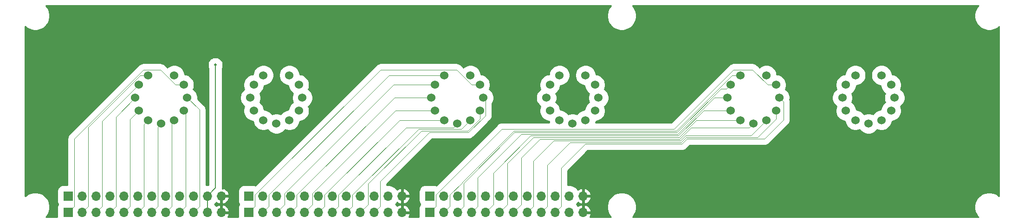
<source format=gbr>
%TF.GenerationSoftware,KiCad,Pcbnew,(5.1.5-131-g305ed0b65)-1*%
%TF.CreationDate,2020-09-08T16:14:20+08:00*%
%TF.ProjectId,IN-8,494e2d38-2e6b-4696-9361-645f70636258,rev?*%
%TF.SameCoordinates,Original*%
%TF.FileFunction,Copper,L1,Top*%
%TF.FilePolarity,Positive*%
%FSLAX46Y46*%
G04 Gerber Fmt 4.6, Leading zero omitted, Abs format (unit mm)*
G04 Created by KiCad (PCBNEW (5.1.5-131-g305ed0b65)-1) date 2020-09-08 16:14:20*
%MOMM*%
%LPD*%
G01*
G04 APERTURE LIST*
%TA.AperFunction,ComponentPad*%
%ADD10C,1.524000*%
%TD*%
%TA.AperFunction,ComponentPad*%
%ADD11O,1.700000X1.700000*%
%TD*%
%TA.AperFunction,ComponentPad*%
%ADD12R,1.700000X1.700000*%
%TD*%
%TA.AperFunction,ViaPad*%
%ADD13C,0.500000*%
%TD*%
%TA.AperFunction,Conductor*%
%ADD14C,0.203200*%
%TD*%
%TA.AperFunction,Conductor*%
%ADD15C,0.101600*%
%TD*%
%TA.AperFunction,Conductor*%
%ADD16C,0.254000*%
%TD*%
G04 APERTURE END LIST*
D10*
%TO.P,U6,1*%
%TO.N,Net-(J6-Pad2)*%
X219625000Y-73886380D03*
%TO.P,U6,2*%
%TO.N,Net-(J6-Pad3)*%
X217886380Y-75625000D03*
%TO.P,U6,3*%
%TO.N,Net-(J6-Pad4)*%
X217250000Y-78000000D03*
%TO.P,U6,4*%
%TO.N,Net-(J6-Pad5)*%
X217886380Y-80374999D03*
%TO.P,U6,5*%
%TO.N,Net-(J6-Pad6)*%
X219625001Y-82113620D03*
%TO.P,U6,6*%
%TO.N,Net-(J6-Pad7)*%
X222000000Y-82750000D03*
%TO.P,U6,7*%
%TO.N,Net-(J6-Pad8)*%
X224375000Y-82113620D03*
%TO.P,U6,8*%
%TO.N,Net-(J6-Pad9)*%
X226113620Y-80374999D03*
%TO.P,U6,9*%
%TO.N,Net-(J6-Pad10)*%
X226750000Y-78000000D03*
%TO.P,U6,10*%
%TO.N,Net-(J6-Pad1)*%
X226113620Y-75625001D03*
%TO.P,U6,11*%
%TO.N,Net-(R6-Pad2)*%
X224375000Y-73886380D03*
%TD*%
%TO.P,U5,1*%
%TO.N,Net-(J5-Pad2)*%
X198625000Y-73886380D03*
%TO.P,U5,2*%
%TO.N,Net-(J5-Pad3)*%
X196886380Y-75625000D03*
%TO.P,U5,3*%
%TO.N,Net-(J5-Pad4)*%
X196250000Y-78000000D03*
%TO.P,U5,4*%
%TO.N,Net-(J5-Pad5)*%
X196886380Y-80374999D03*
%TO.P,U5,5*%
%TO.N,Net-(J5-Pad6)*%
X198625001Y-82113620D03*
%TO.P,U5,6*%
%TO.N,Net-(J5-Pad7)*%
X201000000Y-82750000D03*
%TO.P,U5,7*%
%TO.N,Net-(J5-Pad8)*%
X203375000Y-82113620D03*
%TO.P,U5,8*%
%TO.N,Net-(J5-Pad9)*%
X205113620Y-80374999D03*
%TO.P,U5,9*%
%TO.N,Net-(J5-Pad10)*%
X205750000Y-78000000D03*
%TO.P,U5,10*%
%TO.N,Net-(J5-Pad1)*%
X205113620Y-75625001D03*
%TO.P,U5,11*%
%TO.N,Net-(R5-Pad2)*%
X203375000Y-73886380D03*
%TD*%
%TO.P,U4,1*%
%TO.N,Net-(J4-Pad2)*%
X165625000Y-73886380D03*
%TO.P,U4,2*%
%TO.N,Net-(J4-Pad3)*%
X163886380Y-75625000D03*
%TO.P,U4,3*%
%TO.N,Net-(J4-Pad4)*%
X163250000Y-78000000D03*
%TO.P,U4,4*%
%TO.N,Net-(J4-Pad5)*%
X163886380Y-80374999D03*
%TO.P,U4,5*%
%TO.N,Net-(J4-Pad6)*%
X165625001Y-82113620D03*
%TO.P,U4,6*%
%TO.N,Net-(J4-Pad7)*%
X168000000Y-82750000D03*
%TO.P,U4,7*%
%TO.N,Net-(J4-Pad8)*%
X170375000Y-82113620D03*
%TO.P,U4,8*%
%TO.N,Net-(J4-Pad9)*%
X172113620Y-80374999D03*
%TO.P,U4,9*%
%TO.N,Net-(J4-Pad10)*%
X172750000Y-78000000D03*
%TO.P,U4,10*%
%TO.N,Net-(J4-Pad1)*%
X172113620Y-75625001D03*
%TO.P,U4,11*%
%TO.N,Net-(R4-Pad2)*%
X170375000Y-73886380D03*
%TD*%
%TO.P,U3,1*%
%TO.N,Net-(J3-Pad2)*%
X144625000Y-73886380D03*
%TO.P,U3,2*%
%TO.N,Net-(J3-Pad3)*%
X142886380Y-75625000D03*
%TO.P,U3,3*%
%TO.N,Net-(J3-Pad4)*%
X142250000Y-78000000D03*
%TO.P,U3,4*%
%TO.N,Net-(J3-Pad5)*%
X142886380Y-80374999D03*
%TO.P,U3,5*%
%TO.N,Net-(J3-Pad6)*%
X144625001Y-82113620D03*
%TO.P,U3,6*%
%TO.N,Net-(J3-Pad7)*%
X147000000Y-82750000D03*
%TO.P,U3,7*%
%TO.N,Net-(J3-Pad8)*%
X149375000Y-82113620D03*
%TO.P,U3,8*%
%TO.N,Net-(J3-Pad9)*%
X151113620Y-80374999D03*
%TO.P,U3,9*%
%TO.N,Net-(J3-Pad10)*%
X151750000Y-78000000D03*
%TO.P,U3,10*%
%TO.N,Net-(J3-Pad1)*%
X151113620Y-75625001D03*
%TO.P,U3,11*%
%TO.N,Net-(R3-Pad2)*%
X149375000Y-73886380D03*
%TD*%
%TO.P,U2,1*%
%TO.N,Net-(J2-Pad2)*%
X111625000Y-73886380D03*
%TO.P,U2,2*%
%TO.N,Net-(J2-Pad3)*%
X109886380Y-75625000D03*
%TO.P,U2,3*%
%TO.N,Net-(J2-Pad4)*%
X109250000Y-78000000D03*
%TO.P,U2,4*%
%TO.N,Net-(J2-Pad5)*%
X109886380Y-80374999D03*
%TO.P,U2,5*%
%TO.N,Net-(J2-Pad6)*%
X111625001Y-82113620D03*
%TO.P,U2,6*%
%TO.N,Net-(J2-Pad7)*%
X114000000Y-82750000D03*
%TO.P,U2,7*%
%TO.N,Net-(J2-Pad8)*%
X116375000Y-82113620D03*
%TO.P,U2,8*%
%TO.N,Net-(J2-Pad9)*%
X118113620Y-80374999D03*
%TO.P,U2,9*%
%TO.N,Net-(J2-Pad10)*%
X118750000Y-78000000D03*
%TO.P,U2,10*%
%TO.N,Net-(J2-Pad1)*%
X118113620Y-75625001D03*
%TO.P,U2,11*%
%TO.N,Net-(R2-Pad2)*%
X116375000Y-73886380D03*
%TD*%
%TO.P,U1,1*%
%TO.N,Net-(J1-Pad2)*%
X90625000Y-73886380D03*
%TO.P,U1,2*%
%TO.N,Net-(J1-Pad3)*%
X88886380Y-75625000D03*
%TO.P,U1,3*%
%TO.N,Net-(J1-Pad4)*%
X88250000Y-78000000D03*
%TO.P,U1,4*%
%TO.N,Net-(J1-Pad5)*%
X88886380Y-80374999D03*
%TO.P,U1,5*%
%TO.N,Net-(J1-Pad6)*%
X90625001Y-82113620D03*
%TO.P,U1,6*%
%TO.N,Net-(J1-Pad7)*%
X93000000Y-82750000D03*
%TO.P,U1,7*%
%TO.N,Net-(J1-Pad8)*%
X95375000Y-82113620D03*
%TO.P,U1,8*%
%TO.N,Net-(J1-Pad9)*%
X97113620Y-80374999D03*
%TO.P,U1,9*%
%TO.N,Net-(J1-Pad10)*%
X97750000Y-78000000D03*
%TO.P,U1,10*%
%TO.N,Net-(J1-Pad1)*%
X97113620Y-75625001D03*
%TO.P,U1,11*%
%TO.N,Net-(R1-Pad2)*%
X95375000Y-73886380D03*
%TD*%
D11*
%TO.P,J1,12*%
%TO.N,GND*%
X103940000Y-99000000D03*
%TO.P,J1,11*%
%TO.N,HV*%
X101400000Y-99000000D03*
%TO.P,J1,10*%
%TO.N,Net-(J1-Pad10)*%
X98860000Y-99000000D03*
%TO.P,J1,9*%
%TO.N,Net-(J1-Pad9)*%
X96320000Y-99000000D03*
%TO.P,J1,8*%
%TO.N,Net-(J1-Pad8)*%
X93780000Y-99000000D03*
%TO.P,J1,7*%
%TO.N,Net-(J1-Pad7)*%
X91240000Y-99000000D03*
%TO.P,J1,6*%
%TO.N,Net-(J1-Pad6)*%
X88700000Y-99000000D03*
%TO.P,J1,5*%
%TO.N,Net-(J1-Pad5)*%
X86160000Y-99000000D03*
%TO.P,J1,4*%
%TO.N,Net-(J1-Pad4)*%
X83620000Y-99000000D03*
%TO.P,J1,3*%
%TO.N,Net-(J1-Pad3)*%
X81080000Y-99000000D03*
%TO.P,J1,2*%
%TO.N,Net-(J1-Pad2)*%
X78540000Y-99000000D03*
D12*
%TO.P,J1,1*%
%TO.N,Net-(J1-Pad1)*%
X76000000Y-99000000D03*
%TD*%
D11*
%TO.P,J2,12*%
%TO.N,GND*%
X103940000Y-96000000D03*
%TO.P,J2,11*%
%TO.N,HV*%
X101400000Y-96000000D03*
%TO.P,J2,10*%
%TO.N,Net-(J2-Pad10)*%
X98860000Y-96000000D03*
%TO.P,J2,9*%
%TO.N,Net-(J2-Pad9)*%
X96320000Y-96000000D03*
%TO.P,J2,8*%
%TO.N,Net-(J2-Pad8)*%
X93780000Y-96000000D03*
%TO.P,J2,7*%
%TO.N,Net-(J2-Pad7)*%
X91240000Y-96000000D03*
%TO.P,J2,6*%
%TO.N,Net-(J2-Pad6)*%
X88700000Y-96000000D03*
%TO.P,J2,5*%
%TO.N,Net-(J2-Pad5)*%
X86160000Y-96000000D03*
%TO.P,J2,4*%
%TO.N,Net-(J2-Pad4)*%
X83620000Y-96000000D03*
%TO.P,J2,3*%
%TO.N,Net-(J2-Pad3)*%
X81080000Y-96000000D03*
%TO.P,J2,2*%
%TO.N,Net-(J2-Pad2)*%
X78540000Y-96000000D03*
D12*
%TO.P,J2,1*%
%TO.N,Net-(J2-Pad1)*%
X76000000Y-96000000D03*
%TD*%
D11*
%TO.P,J3,12*%
%TO.N,GND*%
X136940000Y-99000000D03*
%TO.P,J3,11*%
%TO.N,HV*%
X134400000Y-99000000D03*
%TO.P,J3,10*%
%TO.N,Net-(J3-Pad10)*%
X131860000Y-99000000D03*
%TO.P,J3,9*%
%TO.N,Net-(J3-Pad9)*%
X129320000Y-99000000D03*
%TO.P,J3,8*%
%TO.N,Net-(J3-Pad8)*%
X126780000Y-99000000D03*
%TO.P,J3,7*%
%TO.N,Net-(J3-Pad7)*%
X124240000Y-99000000D03*
%TO.P,J3,6*%
%TO.N,Net-(J3-Pad6)*%
X121700000Y-99000000D03*
%TO.P,J3,5*%
%TO.N,Net-(J3-Pad5)*%
X119160000Y-99000000D03*
%TO.P,J3,4*%
%TO.N,Net-(J3-Pad4)*%
X116620000Y-99000000D03*
%TO.P,J3,3*%
%TO.N,Net-(J3-Pad3)*%
X114080000Y-99000000D03*
%TO.P,J3,2*%
%TO.N,Net-(J3-Pad2)*%
X111540000Y-99000000D03*
D12*
%TO.P,J3,1*%
%TO.N,Net-(J3-Pad1)*%
X109000000Y-99000000D03*
%TD*%
%TO.P,J4,1*%
%TO.N,Net-(J4-Pad1)*%
X109000000Y-96000000D03*
D11*
%TO.P,J4,2*%
%TO.N,Net-(J4-Pad2)*%
X111540000Y-96000000D03*
%TO.P,J4,3*%
%TO.N,Net-(J4-Pad3)*%
X114080000Y-96000000D03*
%TO.P,J4,4*%
%TO.N,Net-(J4-Pad4)*%
X116620000Y-96000000D03*
%TO.P,J4,5*%
%TO.N,Net-(J4-Pad5)*%
X119160000Y-96000000D03*
%TO.P,J4,6*%
%TO.N,Net-(J4-Pad6)*%
X121700000Y-96000000D03*
%TO.P,J4,7*%
%TO.N,Net-(J4-Pad7)*%
X124240000Y-96000000D03*
%TO.P,J4,8*%
%TO.N,Net-(J4-Pad8)*%
X126780000Y-96000000D03*
%TO.P,J4,9*%
%TO.N,Net-(J4-Pad9)*%
X129320000Y-96000000D03*
%TO.P,J4,10*%
%TO.N,Net-(J4-Pad10)*%
X131860000Y-96000000D03*
%TO.P,J4,11*%
%TO.N,HV*%
X134400000Y-96000000D03*
%TO.P,J4,12*%
%TO.N,GND*%
X136940000Y-96000000D03*
%TD*%
D12*
%TO.P,J5,1*%
%TO.N,Net-(J5-Pad1)*%
X142000000Y-99000000D03*
D11*
%TO.P,J5,2*%
%TO.N,Net-(J5-Pad2)*%
X144540000Y-99000000D03*
%TO.P,J5,3*%
%TO.N,Net-(J5-Pad3)*%
X147080000Y-99000000D03*
%TO.P,J5,4*%
%TO.N,Net-(J5-Pad4)*%
X149620000Y-99000000D03*
%TO.P,J5,5*%
%TO.N,Net-(J5-Pad5)*%
X152160000Y-99000000D03*
%TO.P,J5,6*%
%TO.N,Net-(J5-Pad6)*%
X154700000Y-99000000D03*
%TO.P,J5,7*%
%TO.N,Net-(J5-Pad7)*%
X157240000Y-99000000D03*
%TO.P,J5,8*%
%TO.N,Net-(J5-Pad8)*%
X159780000Y-99000000D03*
%TO.P,J5,9*%
%TO.N,Net-(J5-Pad9)*%
X162320000Y-99000000D03*
%TO.P,J5,10*%
%TO.N,Net-(J5-Pad10)*%
X164860000Y-99000000D03*
%TO.P,J5,11*%
%TO.N,HV*%
X167400000Y-99000000D03*
%TO.P,J5,12*%
%TO.N,GND*%
X169940000Y-99000000D03*
%TD*%
D12*
%TO.P,J6,1*%
%TO.N,Net-(J6-Pad1)*%
X142000000Y-96000000D03*
D11*
%TO.P,J6,2*%
%TO.N,Net-(J6-Pad2)*%
X144540000Y-96000000D03*
%TO.P,J6,3*%
%TO.N,Net-(J6-Pad3)*%
X147080000Y-96000000D03*
%TO.P,J6,4*%
%TO.N,Net-(J6-Pad4)*%
X149620000Y-96000000D03*
%TO.P,J6,5*%
%TO.N,Net-(J6-Pad5)*%
X152160000Y-96000000D03*
%TO.P,J6,6*%
%TO.N,Net-(J6-Pad6)*%
X154700000Y-96000000D03*
%TO.P,J6,7*%
%TO.N,Net-(J6-Pad7)*%
X157240000Y-96000000D03*
%TO.P,J6,8*%
%TO.N,Net-(J6-Pad8)*%
X159780000Y-96000000D03*
%TO.P,J6,9*%
%TO.N,Net-(J6-Pad9)*%
X162320000Y-96000000D03*
%TO.P,J6,10*%
%TO.N,Net-(J6-Pad10)*%
X164860000Y-96000000D03*
%TO.P,J6,11*%
%TO.N,HV*%
X167400000Y-96000000D03*
%TO.P,J6,12*%
%TO.N,GND*%
X169940000Y-96000000D03*
%TD*%
D13*
%TO.N,HV*%
X102875000Y-72000000D03*
%TD*%
D14*
%TO.N,HV*%
X101400000Y-99000000D02*
X101400000Y-96000000D01*
X102875000Y-94525000D02*
X101400000Y-96000000D01*
X102875000Y-72000000D02*
X102875000Y-94525000D01*
D15*
%TO.N,Net-(J1-Pad10)*%
X99960801Y-80210801D02*
X97750000Y-78000000D01*
X99960801Y-97899199D02*
X99960801Y-80210801D01*
X98860000Y-99000000D02*
X99960801Y-97899199D01*
%TO.N,Net-(J1-Pad9)*%
X97420801Y-80682180D02*
X97113620Y-80374999D01*
X97420801Y-97899199D02*
X97420801Y-80682180D01*
X96320000Y-99000000D02*
X97420801Y-97899199D01*
%TO.N,Net-(J1-Pad8)*%
X94880801Y-97899199D02*
X94880801Y-82607819D01*
X94880801Y-82607819D02*
X95375000Y-82113620D01*
X93780000Y-99000000D02*
X94880801Y-97899199D01*
%TO.N,Net-(J1-Pad7)*%
X92340801Y-83409199D02*
X93000000Y-82750000D01*
X92340801Y-97899199D02*
X92340801Y-83409199D01*
X91240000Y-99000000D02*
X92340801Y-97899199D01*
%TO.N,Net-(J1-Pad6)*%
X89800801Y-82937820D02*
X90625001Y-82113620D01*
X89800801Y-97899199D02*
X89800801Y-82937820D01*
X88700000Y-99000000D02*
X89800801Y-97899199D01*
%TO.N,Net-(J1-Pad5)*%
X87260801Y-82000578D02*
X88886380Y-80374999D01*
X87260801Y-97899199D02*
X87260801Y-82000578D01*
X86160000Y-99000000D02*
X87260801Y-97899199D01*
%TO.N,Net-(J1-Pad4)*%
X84720801Y-97899199D02*
X84720801Y-81529199D01*
X84720801Y-81529199D02*
X88250000Y-78000000D01*
X83620000Y-99000000D02*
X84720801Y-97899199D01*
%TO.N,Net-(J1-Pad3)*%
X82180801Y-82330579D02*
X88886380Y-75625000D01*
X82180801Y-97899199D02*
X82180801Y-82330579D01*
X81080000Y-99000000D02*
X82180801Y-97899199D01*
%TO.N,Net-(J1-Pad2)*%
X79640801Y-83371633D02*
X89126054Y-73886380D01*
X79640801Y-97899199D02*
X79640801Y-83371633D01*
X89126054Y-73886380D02*
X90625000Y-73886380D01*
X78540000Y-99000000D02*
X79640801Y-97899199D01*
%TO.N,Net-(J1-Pad1)*%
X95614675Y-75625001D02*
X97113620Y-75625001D01*
X92863253Y-72873579D02*
X95614675Y-75625001D01*
X77100801Y-85485091D02*
X89712313Y-72873579D01*
X77100801Y-97899199D02*
X77100801Y-85485091D01*
X89712313Y-72873579D02*
X92863253Y-72873579D01*
X76000000Y-99000000D02*
X77100801Y-97899199D01*
%TO.N,Net-(J3-Pad10)*%
X132960801Y-97899199D02*
X132960801Y-93353199D01*
X131860000Y-99000000D02*
X132960801Y-97899199D01*
X152126421Y-81287687D02*
X152126421Y-78376421D01*
X149048086Y-84366022D02*
X152126421Y-81287687D01*
X141947978Y-84366022D02*
X149048086Y-84366022D01*
X152126421Y-78376421D02*
X151750000Y-78000000D01*
X132960801Y-93353199D02*
X141947978Y-84366022D01*
%TO.N,Net-(J3-Pad9)*%
X130759199Y-97560801D02*
X130759199Y-93776801D01*
X129320000Y-99000000D02*
X130759199Y-97560801D01*
X151113620Y-81873946D02*
X151113620Y-80374999D01*
X148923150Y-84064416D02*
X151113620Y-81873946D01*
X140471584Y-84064416D02*
X148923150Y-84064416D01*
X130759199Y-93776801D02*
X140471584Y-84064416D01*
%TO.N,Net-(J3-Pad8)*%
X147725819Y-83762801D02*
X149375000Y-82113620D01*
X139928013Y-83762801D02*
X147725819Y-83762801D01*
X127880801Y-95810013D02*
X139928013Y-83762801D01*
X127880801Y-97899199D02*
X127880801Y-95810013D01*
X126780000Y-99000000D02*
X127880801Y-97899199D01*
%TO.N,Net-(J3-Pad7)*%
X139752273Y-83511999D02*
X139803082Y-83461190D01*
X124240000Y-99000000D02*
X125340801Y-97899199D01*
X146288810Y-83461190D02*
X147000000Y-82750000D01*
X125340801Y-95810013D02*
X137638815Y-83511999D01*
X125340801Y-97899199D02*
X125340801Y-95810013D01*
X137638815Y-83511999D02*
X139752273Y-83511999D01*
X139803082Y-83461190D02*
X146288810Y-83461190D01*
%TO.N,Net-(J3-Pad6)*%
X136497194Y-82113620D02*
X144625001Y-82113620D01*
X122800801Y-95810013D02*
X136497194Y-82113620D01*
X122800801Y-97899199D02*
X122800801Y-95810013D01*
X121700000Y-99000000D02*
X122800801Y-97899199D01*
%TO.N,Net-(J3-Pad5)*%
X135695815Y-80374999D02*
X142886380Y-80374999D01*
X120599199Y-95471615D02*
X135695815Y-80374999D01*
X120599199Y-97560801D02*
X120599199Y-95471615D01*
X119160000Y-99000000D02*
X120599199Y-97560801D01*
%TO.N,Net-(J3-Pad4)*%
X117720801Y-95810013D02*
X135530814Y-78000000D01*
X117720801Y-97899199D02*
X117720801Y-95810013D01*
X135530814Y-78000000D02*
X142250000Y-78000000D01*
X116620000Y-99000000D02*
X117720801Y-97899199D01*
%TO.N,Net-(J3-Pad3)*%
X115519199Y-95471615D02*
X135365814Y-75625000D01*
X115519199Y-97560801D02*
X115519199Y-95471615D01*
X135365814Y-75625000D02*
X142886380Y-75625000D01*
X114080000Y-99000000D02*
X115519199Y-97560801D01*
%TO.N,Net-(J3-Pad2)*%
X134564434Y-73886380D02*
X144625000Y-73886380D01*
X112640801Y-95810013D02*
X134564434Y-73886380D01*
X112640801Y-97899199D02*
X112640801Y-95810013D01*
X111540000Y-99000000D02*
X112640801Y-97899199D01*
%TO.N,Net-(J3-Pad1)*%
X146863253Y-72873579D02*
X149614675Y-75625001D01*
X149614675Y-75625001D02*
X151113620Y-75625001D01*
X133037235Y-72873579D02*
X146863253Y-72873579D01*
X110100801Y-95810013D02*
X133037235Y-72873579D01*
X110100801Y-97899199D02*
X110100801Y-95810013D01*
X109000000Y-99000000D02*
X110100801Y-97899199D01*
%TO.N,Net-(J5-Pad1)*%
X155148013Y-83762801D02*
X186493199Y-83762801D01*
X143100801Y-95810013D02*
X155148013Y-83762801D01*
X143100801Y-97899199D02*
X143100801Y-95810013D01*
X142000000Y-99000000D02*
X143100801Y-97899199D01*
X203614675Y-75625001D02*
X205113620Y-75625001D01*
X200863253Y-72873579D02*
X203614675Y-75625001D01*
X197382421Y-72873579D02*
X200863253Y-72873579D01*
X186493199Y-83762801D02*
X197382421Y-72873579D01*
%TO.N,Net-(J5-Pad2)*%
X157317046Y-84064412D02*
X186948022Y-84064412D01*
X147879191Y-93502267D02*
X157317046Y-84064412D01*
X147879190Y-93571624D02*
X147879191Y-93502267D01*
X145640801Y-97899199D02*
X145640801Y-95810013D01*
X145640801Y-95810013D02*
X147879190Y-93571624D01*
X186948022Y-84064412D02*
X197126054Y-73886380D01*
X144540000Y-99000000D02*
X145640801Y-97899199D01*
X197126054Y-73886380D02*
X198625000Y-73886380D01*
%TO.N,Net-(J5-Pad3)*%
X147080000Y-99000000D02*
X148180801Y-97899199D01*
X148180801Y-93627199D02*
X157441979Y-84366021D01*
X196124381Y-76386999D02*
X196886380Y-75625000D01*
X187072955Y-84366021D02*
X195051977Y-76386999D01*
X157441979Y-84366021D02*
X187072955Y-84366021D01*
X195051977Y-76386999D02*
X196124381Y-76386999D01*
X148180801Y-97899199D02*
X148180801Y-93627199D01*
%TO.N,Net-(J5-Pad4)*%
X193865518Y-78000000D02*
X195172370Y-78000000D01*
X195172370Y-78000000D02*
X196250000Y-78000000D01*
X187197886Y-84667632D02*
X193865518Y-78000000D01*
X149620000Y-99000000D02*
X150720801Y-97899199D01*
X158664368Y-84667632D02*
X187197886Y-84667632D01*
X150720801Y-97899199D02*
X150720801Y-92611199D01*
X150720801Y-92611199D02*
X158664368Y-84667632D01*
%TO.N,Net-(J5-Pad5)*%
X152160000Y-99000000D02*
X153599199Y-97560801D01*
X195808750Y-80374999D02*
X196886380Y-80374999D01*
X160394759Y-84969241D02*
X187322819Y-84969241D01*
X153599199Y-91764801D02*
X160394759Y-84969241D01*
X153599199Y-97560801D02*
X153599199Y-91764801D01*
X191917061Y-80374999D02*
X195808750Y-80374999D01*
X187322819Y-84969241D02*
X191917061Y-80374999D01*
%TO.N,Net-(J5-Pad6)*%
X187447750Y-85270852D02*
X190604982Y-82113620D01*
X190604982Y-82113620D02*
X197547371Y-82113620D01*
X156139199Y-97560801D02*
X156139199Y-89986801D01*
X197547371Y-82113620D02*
X198625001Y-82113620D01*
X156139199Y-89986801D02*
X160855148Y-85270852D01*
X154700000Y-99000000D02*
X156139199Y-97560801D01*
X160855148Y-85270852D02*
X187447750Y-85270852D01*
%TO.N,Net-(J5-Pad7)*%
X187572683Y-85572461D02*
X189633145Y-83511999D01*
X158679199Y-88970801D02*
X162077539Y-85572461D01*
X162077539Y-85572461D02*
X187572683Y-85572461D01*
X189633145Y-83511999D02*
X200238001Y-83511999D01*
X157240000Y-99000000D02*
X158679199Y-97560801D01*
X200238001Y-83511999D02*
X201000000Y-82750000D01*
X158679199Y-97560801D02*
X158679199Y-88970801D01*
%TO.N,Net-(J5-Pad8)*%
X188635610Y-84936076D02*
X200552544Y-84936076D01*
X160880801Y-89563199D02*
X164569928Y-85874072D01*
X200552544Y-84936076D02*
X203375000Y-82113620D01*
X164569928Y-85874072D02*
X187697614Y-85874072D01*
X159780000Y-99000000D02*
X160880801Y-97899199D01*
X160880801Y-97899199D02*
X160880801Y-89563199D01*
X187697614Y-85874072D02*
X188635610Y-84936076D01*
%TO.N,Net-(J5-Pad9)*%
X163420801Y-97899199D02*
X163420801Y-90325199D01*
X163420801Y-90325199D02*
X167570319Y-86175681D01*
X205113620Y-81873946D02*
X205113620Y-80374999D01*
X167570319Y-86175681D02*
X187822547Y-86175681D01*
X188760541Y-85237687D02*
X201749879Y-85237687D01*
X187822547Y-86175681D02*
X188760541Y-85237687D01*
X201749879Y-85237687D02*
X205113620Y-81873946D01*
X162320000Y-99000000D02*
X163420801Y-97899199D01*
%TO.N,Net-(J5-Pad10)*%
X165960801Y-97899199D02*
X165960801Y-90833199D01*
X206511999Y-78761999D02*
X205750000Y-78000000D01*
X187947478Y-86477292D02*
X188885472Y-85539298D01*
X170316708Y-86477292D02*
X187947478Y-86477292D01*
X203004702Y-85539298D02*
X206511999Y-82032001D01*
X206511999Y-82032001D02*
X206511999Y-78761999D01*
X164860000Y-99000000D02*
X165960801Y-97899199D01*
X165960801Y-90833199D02*
X170316708Y-86477292D01*
X188885472Y-85539298D02*
X203004702Y-85539298D01*
%TD*%
D16*
%TO.N,GND*%
G36*
X174922148Y-61294751D02*
G01*
X174629396Y-61732886D01*
X174427744Y-62219715D01*
X174324943Y-62736530D01*
X174324943Y-63263470D01*
X174427744Y-63780285D01*
X174629396Y-64267114D01*
X174922148Y-64705249D01*
X175294751Y-65077852D01*
X175732886Y-65370604D01*
X176219715Y-65572256D01*
X176736530Y-65675057D01*
X177263470Y-65675057D01*
X177780285Y-65572256D01*
X178267114Y-65370604D01*
X178705249Y-65077852D01*
X179077852Y-64705249D01*
X179370604Y-64267114D01*
X179572256Y-63780285D01*
X179675057Y-63263470D01*
X179675057Y-62736530D01*
X179572256Y-62219715D01*
X179370604Y-61732886D01*
X179077852Y-61294751D01*
X178951101Y-61168000D01*
X242048899Y-61168000D01*
X241922148Y-61294751D01*
X241629396Y-61732886D01*
X241427744Y-62219715D01*
X241324943Y-62736530D01*
X241324943Y-63263470D01*
X241427744Y-63780285D01*
X241629396Y-64267114D01*
X241922148Y-64705249D01*
X242294751Y-65077852D01*
X242732886Y-65370604D01*
X243219715Y-65572256D01*
X243736530Y-65675057D01*
X244263470Y-65675057D01*
X244780285Y-65572256D01*
X245267114Y-65370604D01*
X245705249Y-65077852D01*
X245832001Y-64951100D01*
X245832000Y-96048899D01*
X245705249Y-95922148D01*
X245267114Y-95629396D01*
X244780285Y-95427744D01*
X244263470Y-95324943D01*
X243736530Y-95324943D01*
X243219715Y-95427744D01*
X242732886Y-95629396D01*
X242294751Y-95922148D01*
X241922148Y-96294751D01*
X241629396Y-96732886D01*
X241427744Y-97219715D01*
X241324943Y-97736530D01*
X241324943Y-98263470D01*
X241427744Y-98780285D01*
X241629396Y-99267114D01*
X241922148Y-99705249D01*
X242048899Y-99832000D01*
X178951101Y-99832000D01*
X179077852Y-99705249D01*
X179370604Y-99267114D01*
X179572256Y-98780285D01*
X179675057Y-98263470D01*
X179675057Y-97736530D01*
X179572256Y-97219715D01*
X179370604Y-96732886D01*
X179077852Y-96294751D01*
X178705249Y-95922148D01*
X178267114Y-95629396D01*
X177780285Y-95427744D01*
X177263470Y-95324943D01*
X176736530Y-95324943D01*
X176219715Y-95427744D01*
X175732886Y-95629396D01*
X175294751Y-95922148D01*
X174922148Y-96294751D01*
X174629396Y-96732886D01*
X174427744Y-97219715D01*
X174324943Y-97736530D01*
X174324943Y-98263470D01*
X174427744Y-98780285D01*
X174629396Y-99267114D01*
X174922148Y-99705249D01*
X175048899Y-99832000D01*
X171164577Y-99832000D01*
X171284157Y-99631252D01*
X171381481Y-99356891D01*
X171260814Y-99127000D01*
X170067000Y-99127000D01*
X170067000Y-99147000D01*
X169813000Y-99147000D01*
X169813000Y-99127000D01*
X169793000Y-99127000D01*
X169793000Y-98873000D01*
X169813000Y-98873000D01*
X169813000Y-97679845D01*
X170067000Y-97679845D01*
X170067000Y-98873000D01*
X171260814Y-98873000D01*
X171381481Y-98643109D01*
X171284157Y-98368748D01*
X171135178Y-98118645D01*
X170940269Y-97902412D01*
X170706920Y-97728359D01*
X170444099Y-97603175D01*
X170296890Y-97558524D01*
X170067000Y-97679845D01*
X169813000Y-97679845D01*
X169583110Y-97558524D01*
X169435901Y-97603175D01*
X169173080Y-97728359D01*
X169022383Y-97840763D01*
X168948064Y-97729537D01*
X168718527Y-97500000D01*
X168948064Y-97270463D01*
X169022383Y-97159237D01*
X169173080Y-97271641D01*
X169435901Y-97396825D01*
X169583110Y-97441476D01*
X169813000Y-97320155D01*
X169813000Y-96127000D01*
X170067000Y-96127000D01*
X170067000Y-97320155D01*
X170296890Y-97441476D01*
X170444099Y-97396825D01*
X170706920Y-97271641D01*
X170940269Y-97097588D01*
X171135178Y-96881355D01*
X171284157Y-96631252D01*
X171381481Y-96356891D01*
X171260814Y-96127000D01*
X170067000Y-96127000D01*
X169813000Y-96127000D01*
X169793000Y-96127000D01*
X169793000Y-95873000D01*
X169813000Y-95873000D01*
X169813000Y-94679845D01*
X170067000Y-94679845D01*
X170067000Y-95873000D01*
X171260814Y-95873000D01*
X171381481Y-95643109D01*
X171284157Y-95368748D01*
X171135178Y-95118645D01*
X170940269Y-94902412D01*
X170706920Y-94728359D01*
X170444099Y-94603175D01*
X170296890Y-94558524D01*
X170067000Y-94679845D01*
X169813000Y-94679845D01*
X169583110Y-94558524D01*
X169435901Y-94603175D01*
X169173080Y-94728359D01*
X169022383Y-94840763D01*
X168948064Y-94729537D01*
X168670463Y-94451936D01*
X168344039Y-94233827D01*
X167981337Y-94083590D01*
X167596293Y-94007000D01*
X167203707Y-94007000D01*
X167154601Y-94016768D01*
X167154601Y-91327686D01*
X170811196Y-87671092D01*
X187888842Y-87671092D01*
X187947478Y-87676867D01*
X188006114Y-87671092D01*
X188006122Y-87671092D01*
X188181504Y-87653818D01*
X188406536Y-87585556D01*
X188613927Y-87474703D01*
X188795706Y-87325520D01*
X188833093Y-87279964D01*
X189379960Y-86733098D01*
X202946066Y-86733098D01*
X203004702Y-86738873D01*
X203063338Y-86733098D01*
X203063346Y-86733098D01*
X203238728Y-86715824D01*
X203463760Y-86647562D01*
X203671151Y-86536709D01*
X203852930Y-86387526D01*
X203890317Y-86341970D01*
X207314677Y-82917611D01*
X207360227Y-82880229D01*
X207509410Y-82698450D01*
X207620263Y-82491059D01*
X207688525Y-82266027D01*
X207705799Y-82090645D01*
X207705799Y-82090637D01*
X207711574Y-82032001D01*
X207705799Y-81973365D01*
X207705799Y-78820634D01*
X207711574Y-78761998D01*
X207705799Y-78703362D01*
X207705799Y-78703355D01*
X207688525Y-78527973D01*
X207627389Y-78326433D01*
X207655000Y-78187626D01*
X207655000Y-77812374D01*
X215345000Y-77812374D01*
X215345000Y-78187626D01*
X215418209Y-78555668D01*
X215561811Y-78902356D01*
X215770290Y-79214366D01*
X216035634Y-79479710D01*
X216160660Y-79563250D01*
X216054589Y-79819331D01*
X215981380Y-80187373D01*
X215981380Y-80562625D01*
X216054589Y-80930667D01*
X216198191Y-81277355D01*
X216406670Y-81589365D01*
X216672014Y-81854709D01*
X216984024Y-82063188D01*
X217330712Y-82206790D01*
X217698754Y-82279999D01*
X217720001Y-82279999D01*
X217720001Y-82301246D01*
X217793210Y-82669288D01*
X217936812Y-83015976D01*
X218145291Y-83327986D01*
X218410635Y-83593330D01*
X218722645Y-83801809D01*
X219069333Y-83945411D01*
X219437375Y-84018620D01*
X219812627Y-84018620D01*
X220180669Y-83945411D01*
X220436750Y-83839340D01*
X220520290Y-83964366D01*
X220785634Y-84229710D01*
X221097644Y-84438189D01*
X221444332Y-84581791D01*
X221812374Y-84655000D01*
X222187626Y-84655000D01*
X222555668Y-84581791D01*
X222902356Y-84438189D01*
X223214366Y-84229710D01*
X223479710Y-83964366D01*
X223563250Y-83839339D01*
X223819332Y-83945411D01*
X224187374Y-84018620D01*
X224562626Y-84018620D01*
X224930668Y-83945411D01*
X225277356Y-83801809D01*
X225589366Y-83593330D01*
X225854710Y-83327986D01*
X226063189Y-83015976D01*
X226206791Y-82669288D01*
X226280000Y-82301246D01*
X226280000Y-82279999D01*
X226301246Y-82279999D01*
X226669288Y-82206790D01*
X227015976Y-82063188D01*
X227327986Y-81854709D01*
X227593330Y-81589365D01*
X227801809Y-81277355D01*
X227945411Y-80930667D01*
X228018620Y-80562625D01*
X228018620Y-80187373D01*
X227945411Y-79819331D01*
X227839340Y-79563250D01*
X227964366Y-79479710D01*
X228229710Y-79214366D01*
X228438189Y-78902356D01*
X228581791Y-78555668D01*
X228655000Y-78187626D01*
X228655000Y-77812374D01*
X228581791Y-77444332D01*
X228438189Y-77097644D01*
X228229710Y-76785634D01*
X227964366Y-76520290D01*
X227839340Y-76436750D01*
X227945411Y-76180669D01*
X228018620Y-75812627D01*
X228018620Y-75437375D01*
X227945411Y-75069333D01*
X227801809Y-74722645D01*
X227593330Y-74410635D01*
X227327986Y-74145291D01*
X227015976Y-73936812D01*
X226669288Y-73793210D01*
X226301246Y-73720001D01*
X226280000Y-73720001D01*
X226280000Y-73698754D01*
X226206791Y-73330712D01*
X226063189Y-72984024D01*
X225854710Y-72672014D01*
X225589366Y-72406670D01*
X225277356Y-72198191D01*
X224930668Y-72054589D01*
X224562626Y-71981380D01*
X224187374Y-71981380D01*
X223819332Y-72054589D01*
X223472644Y-72198191D01*
X223160634Y-72406670D01*
X222895290Y-72672014D01*
X222686811Y-72984024D01*
X222543209Y-73330712D01*
X222470000Y-73698754D01*
X222470000Y-74074006D01*
X222543209Y-74442048D01*
X222686811Y-74788736D01*
X222895290Y-75100746D01*
X223160634Y-75366090D01*
X223472644Y-75574569D01*
X223819332Y-75718171D01*
X224187374Y-75791380D01*
X224208620Y-75791380D01*
X224208620Y-75812627D01*
X224281829Y-76180669D01*
X224425431Y-76527357D01*
X224633910Y-76839367D01*
X224899254Y-77104711D01*
X225024280Y-77188251D01*
X224918209Y-77444332D01*
X224845000Y-77812374D01*
X224845000Y-78187626D01*
X224918209Y-78555668D01*
X225024280Y-78811749D01*
X224899254Y-78895289D01*
X224633910Y-79160633D01*
X224425431Y-79472643D01*
X224281829Y-79819331D01*
X224208620Y-80187373D01*
X224208620Y-80208620D01*
X224187374Y-80208620D01*
X223819332Y-80281829D01*
X223472644Y-80425431D01*
X223160634Y-80633910D01*
X222895290Y-80899254D01*
X222811750Y-81024281D01*
X222555668Y-80918209D01*
X222187626Y-80845000D01*
X221812374Y-80845000D01*
X221444332Y-80918209D01*
X221188251Y-81024280D01*
X221104711Y-80899254D01*
X220839367Y-80633910D01*
X220527357Y-80425431D01*
X220180669Y-80281829D01*
X219812627Y-80208620D01*
X219791380Y-80208620D01*
X219791380Y-80187373D01*
X219718171Y-79819331D01*
X219574569Y-79472643D01*
X219366090Y-79160633D01*
X219100746Y-78895289D01*
X218975720Y-78811749D01*
X219081791Y-78555668D01*
X219155000Y-78187626D01*
X219155000Y-77812374D01*
X219081791Y-77444332D01*
X218975719Y-77188250D01*
X219100746Y-77104710D01*
X219366090Y-76839366D01*
X219574569Y-76527356D01*
X219718171Y-76180668D01*
X219791380Y-75812626D01*
X219791380Y-75791380D01*
X219812626Y-75791380D01*
X220180668Y-75718171D01*
X220527356Y-75574569D01*
X220839366Y-75366090D01*
X221104710Y-75100746D01*
X221313189Y-74788736D01*
X221456791Y-74442048D01*
X221530000Y-74074006D01*
X221530000Y-73698754D01*
X221456791Y-73330712D01*
X221313189Y-72984024D01*
X221104710Y-72672014D01*
X220839366Y-72406670D01*
X220527356Y-72198191D01*
X220180668Y-72054589D01*
X219812626Y-71981380D01*
X219437374Y-71981380D01*
X219069332Y-72054589D01*
X218722644Y-72198191D01*
X218410634Y-72406670D01*
X218145290Y-72672014D01*
X217936811Y-72984024D01*
X217793209Y-73330712D01*
X217720000Y-73698754D01*
X217720000Y-73720000D01*
X217698754Y-73720000D01*
X217330712Y-73793209D01*
X216984024Y-73936811D01*
X216672014Y-74145290D01*
X216406670Y-74410634D01*
X216198191Y-74722644D01*
X216054589Y-75069332D01*
X215981380Y-75437374D01*
X215981380Y-75812626D01*
X216054589Y-76180668D01*
X216160661Y-76436750D01*
X216035634Y-76520290D01*
X215770290Y-76785634D01*
X215561811Y-77097644D01*
X215418209Y-77444332D01*
X215345000Y-77812374D01*
X207655000Y-77812374D01*
X207581791Y-77444332D01*
X207438189Y-77097644D01*
X207229710Y-76785634D01*
X206964366Y-76520290D01*
X206839340Y-76436750D01*
X206945411Y-76180669D01*
X207018620Y-75812627D01*
X207018620Y-75437375D01*
X206945411Y-75069333D01*
X206801809Y-74722645D01*
X206593330Y-74410635D01*
X206327986Y-74145291D01*
X206015976Y-73936812D01*
X205669288Y-73793210D01*
X205301246Y-73720001D01*
X205280000Y-73720001D01*
X205280000Y-73698754D01*
X205206791Y-73330712D01*
X205063189Y-72984024D01*
X204854710Y-72672014D01*
X204589366Y-72406670D01*
X204277356Y-72198191D01*
X203930668Y-72054589D01*
X203562626Y-71981380D01*
X203187374Y-71981380D01*
X202819332Y-72054589D01*
X202472644Y-72198191D01*
X202160634Y-72406670D01*
X202122633Y-72444671D01*
X201748868Y-72070907D01*
X201711481Y-72025351D01*
X201529702Y-71876168D01*
X201322311Y-71765315D01*
X201097279Y-71697053D01*
X200921897Y-71679779D01*
X200921889Y-71679779D01*
X200863253Y-71674004D01*
X200804617Y-71679779D01*
X197441056Y-71679779D01*
X197382420Y-71674004D01*
X197323784Y-71679779D01*
X197323777Y-71679779D01*
X197148395Y-71697053D01*
X196923363Y-71765315D01*
X196715972Y-71876168D01*
X196534193Y-72025351D01*
X196496810Y-72070902D01*
X185998712Y-82569001D01*
X172226740Y-82569001D01*
X172280000Y-82301246D01*
X172280000Y-82279999D01*
X172301246Y-82279999D01*
X172669288Y-82206790D01*
X173015976Y-82063188D01*
X173327986Y-81854709D01*
X173593330Y-81589365D01*
X173801809Y-81277355D01*
X173945411Y-80930667D01*
X174018620Y-80562625D01*
X174018620Y-80187373D01*
X173945411Y-79819331D01*
X173839340Y-79563250D01*
X173964366Y-79479710D01*
X174229710Y-79214366D01*
X174438189Y-78902356D01*
X174581791Y-78555668D01*
X174655000Y-78187626D01*
X174655000Y-77812374D01*
X174581791Y-77444332D01*
X174438189Y-77097644D01*
X174229710Y-76785634D01*
X173964366Y-76520290D01*
X173839340Y-76436750D01*
X173945411Y-76180669D01*
X174018620Y-75812627D01*
X174018620Y-75437375D01*
X173945411Y-75069333D01*
X173801809Y-74722645D01*
X173593330Y-74410635D01*
X173327986Y-74145291D01*
X173015976Y-73936812D01*
X172669288Y-73793210D01*
X172301246Y-73720001D01*
X172280000Y-73720001D01*
X172280000Y-73698754D01*
X172206791Y-73330712D01*
X172063189Y-72984024D01*
X171854710Y-72672014D01*
X171589366Y-72406670D01*
X171277356Y-72198191D01*
X170930668Y-72054589D01*
X170562626Y-71981380D01*
X170187374Y-71981380D01*
X169819332Y-72054589D01*
X169472644Y-72198191D01*
X169160634Y-72406670D01*
X168895290Y-72672014D01*
X168686811Y-72984024D01*
X168543209Y-73330712D01*
X168470000Y-73698754D01*
X168470000Y-74074006D01*
X168543209Y-74442048D01*
X168686811Y-74788736D01*
X168895290Y-75100746D01*
X169160634Y-75366090D01*
X169472644Y-75574569D01*
X169819332Y-75718171D01*
X170187374Y-75791380D01*
X170208620Y-75791380D01*
X170208620Y-75812627D01*
X170281829Y-76180669D01*
X170425431Y-76527357D01*
X170633910Y-76839367D01*
X170899254Y-77104711D01*
X171024280Y-77188251D01*
X170918209Y-77444332D01*
X170845000Y-77812374D01*
X170845000Y-78187626D01*
X170918209Y-78555668D01*
X171024280Y-78811749D01*
X170899254Y-78895289D01*
X170633910Y-79160633D01*
X170425431Y-79472643D01*
X170281829Y-79819331D01*
X170208620Y-80187373D01*
X170208620Y-80208620D01*
X170187374Y-80208620D01*
X169819332Y-80281829D01*
X169472644Y-80425431D01*
X169160634Y-80633910D01*
X168895290Y-80899254D01*
X168811750Y-81024281D01*
X168555668Y-80918209D01*
X168187626Y-80845000D01*
X167812374Y-80845000D01*
X167444332Y-80918209D01*
X167188251Y-81024280D01*
X167104711Y-80899254D01*
X166839367Y-80633910D01*
X166527357Y-80425431D01*
X166180669Y-80281829D01*
X165812627Y-80208620D01*
X165791380Y-80208620D01*
X165791380Y-80187373D01*
X165718171Y-79819331D01*
X165574569Y-79472643D01*
X165366090Y-79160633D01*
X165100746Y-78895289D01*
X164975720Y-78811749D01*
X165081791Y-78555668D01*
X165155000Y-78187626D01*
X165155000Y-77812374D01*
X165081791Y-77444332D01*
X164975719Y-77188250D01*
X165100746Y-77104710D01*
X165366090Y-76839366D01*
X165574569Y-76527356D01*
X165718171Y-76180668D01*
X165791380Y-75812626D01*
X165791380Y-75791380D01*
X165812626Y-75791380D01*
X166180668Y-75718171D01*
X166527356Y-75574569D01*
X166839366Y-75366090D01*
X167104710Y-75100746D01*
X167313189Y-74788736D01*
X167456791Y-74442048D01*
X167530000Y-74074006D01*
X167530000Y-73698754D01*
X167456791Y-73330712D01*
X167313189Y-72984024D01*
X167104710Y-72672014D01*
X166839366Y-72406670D01*
X166527356Y-72198191D01*
X166180668Y-72054589D01*
X165812626Y-71981380D01*
X165437374Y-71981380D01*
X165069332Y-72054589D01*
X164722644Y-72198191D01*
X164410634Y-72406670D01*
X164145290Y-72672014D01*
X163936811Y-72984024D01*
X163793209Y-73330712D01*
X163720000Y-73698754D01*
X163720000Y-73720000D01*
X163698754Y-73720000D01*
X163330712Y-73793209D01*
X162984024Y-73936811D01*
X162672014Y-74145290D01*
X162406670Y-74410634D01*
X162198191Y-74722644D01*
X162054589Y-75069332D01*
X161981380Y-75437374D01*
X161981380Y-75812626D01*
X162054589Y-76180668D01*
X162160661Y-76436750D01*
X162035634Y-76520290D01*
X161770290Y-76785634D01*
X161561811Y-77097644D01*
X161418209Y-77444332D01*
X161345000Y-77812374D01*
X161345000Y-78187626D01*
X161418209Y-78555668D01*
X161561811Y-78902356D01*
X161770290Y-79214366D01*
X162035634Y-79479710D01*
X162160660Y-79563250D01*
X162054589Y-79819331D01*
X161981380Y-80187373D01*
X161981380Y-80562625D01*
X162054589Y-80930667D01*
X162198191Y-81277355D01*
X162406670Y-81589365D01*
X162672014Y-81854709D01*
X162984024Y-82063188D01*
X163330712Y-82206790D01*
X163698754Y-82279999D01*
X163720001Y-82279999D01*
X163720001Y-82301246D01*
X163773261Y-82569001D01*
X155206649Y-82569001D01*
X155148013Y-82563226D01*
X155089377Y-82569001D01*
X155089369Y-82569001D01*
X154913987Y-82586275D01*
X154688955Y-82654537D01*
X154481564Y-82765390D01*
X154299785Y-82914573D01*
X154262402Y-82960124D01*
X143169913Y-94052614D01*
X143074067Y-94023539D01*
X142850000Y-94001470D01*
X141150000Y-94001470D01*
X140925933Y-94023539D01*
X140710477Y-94088897D01*
X140511911Y-94195032D01*
X140337867Y-94337867D01*
X140195032Y-94511911D01*
X140088897Y-94710477D01*
X140023539Y-94925933D01*
X140001470Y-95150000D01*
X140001470Y-96850000D01*
X140023539Y-97074067D01*
X140088897Y-97289523D01*
X140195032Y-97488089D01*
X140204807Y-97500000D01*
X140195032Y-97511911D01*
X140088897Y-97710477D01*
X140023539Y-97925933D01*
X140001470Y-98150000D01*
X140001470Y-99832000D01*
X138164577Y-99832000D01*
X138284157Y-99631252D01*
X138381481Y-99356891D01*
X138260814Y-99127000D01*
X137067000Y-99127000D01*
X137067000Y-99147000D01*
X136813000Y-99147000D01*
X136813000Y-99127000D01*
X136793000Y-99127000D01*
X136793000Y-98873000D01*
X136813000Y-98873000D01*
X136813000Y-97679845D01*
X137067000Y-97679845D01*
X137067000Y-98873000D01*
X138260814Y-98873000D01*
X138381481Y-98643109D01*
X138284157Y-98368748D01*
X138135178Y-98118645D01*
X137940269Y-97902412D01*
X137706920Y-97728359D01*
X137444099Y-97603175D01*
X137296890Y-97558524D01*
X137067000Y-97679845D01*
X136813000Y-97679845D01*
X136583110Y-97558524D01*
X136435901Y-97603175D01*
X136173080Y-97728359D01*
X136022383Y-97840763D01*
X135948064Y-97729537D01*
X135718527Y-97500000D01*
X135948064Y-97270463D01*
X136022383Y-97159237D01*
X136173080Y-97271641D01*
X136435901Y-97396825D01*
X136583110Y-97441476D01*
X136813000Y-97320155D01*
X136813000Y-96127000D01*
X137067000Y-96127000D01*
X137067000Y-97320155D01*
X137296890Y-97441476D01*
X137444099Y-97396825D01*
X137706920Y-97271641D01*
X137940269Y-97097588D01*
X138135178Y-96881355D01*
X138284157Y-96631252D01*
X138381481Y-96356891D01*
X138260814Y-96127000D01*
X137067000Y-96127000D01*
X136813000Y-96127000D01*
X136793000Y-96127000D01*
X136793000Y-95873000D01*
X136813000Y-95873000D01*
X136813000Y-94679845D01*
X137067000Y-94679845D01*
X137067000Y-95873000D01*
X138260814Y-95873000D01*
X138381481Y-95643109D01*
X138284157Y-95368748D01*
X138135178Y-95118645D01*
X137940269Y-94902412D01*
X137706920Y-94728359D01*
X137444099Y-94603175D01*
X137296890Y-94558524D01*
X137067000Y-94679845D01*
X136813000Y-94679845D01*
X136583110Y-94558524D01*
X136435901Y-94603175D01*
X136173080Y-94728359D01*
X136022383Y-94840763D01*
X135948064Y-94729537D01*
X135670463Y-94451936D01*
X135344039Y-94233827D01*
X134981337Y-94083590D01*
X134596293Y-94007000D01*
X134203707Y-94007000D01*
X134154601Y-94016768D01*
X134154601Y-93847686D01*
X142442466Y-85559822D01*
X148989450Y-85559822D01*
X149048086Y-85565597D01*
X149106722Y-85559822D01*
X149106730Y-85559822D01*
X149282112Y-85542548D01*
X149507144Y-85474286D01*
X149714535Y-85363433D01*
X149896314Y-85214250D01*
X149933701Y-85168694D01*
X152929099Y-82173297D01*
X152974649Y-82135915D01*
X153123832Y-81954136D01*
X153234685Y-81746745D01*
X153302947Y-81521713D01*
X153320221Y-81346331D01*
X153320221Y-81346324D01*
X153325996Y-81287688D01*
X153320221Y-81229052D01*
X153320221Y-79078907D01*
X153438189Y-78902356D01*
X153581791Y-78555668D01*
X153655000Y-78187626D01*
X153655000Y-77812374D01*
X153581791Y-77444332D01*
X153438189Y-77097644D01*
X153229710Y-76785634D01*
X152964366Y-76520290D01*
X152839340Y-76436750D01*
X152945411Y-76180669D01*
X153018620Y-75812627D01*
X153018620Y-75437375D01*
X152945411Y-75069333D01*
X152801809Y-74722645D01*
X152593330Y-74410635D01*
X152327986Y-74145291D01*
X152015976Y-73936812D01*
X151669288Y-73793210D01*
X151301246Y-73720001D01*
X151280000Y-73720001D01*
X151280000Y-73698754D01*
X151206791Y-73330712D01*
X151063189Y-72984024D01*
X150854710Y-72672014D01*
X150589366Y-72406670D01*
X150277356Y-72198191D01*
X149930668Y-72054589D01*
X149562626Y-71981380D01*
X149187374Y-71981380D01*
X148819332Y-72054589D01*
X148472644Y-72198191D01*
X148160634Y-72406670D01*
X148122633Y-72444671D01*
X147748868Y-72070907D01*
X147711481Y-72025351D01*
X147529702Y-71876168D01*
X147322311Y-71765315D01*
X147097279Y-71697053D01*
X146921897Y-71679779D01*
X146921889Y-71679779D01*
X146863253Y-71674004D01*
X146804617Y-71679779D01*
X133095870Y-71679779D01*
X133037234Y-71674004D01*
X132978598Y-71679779D01*
X132978591Y-71679779D01*
X132803209Y-71697053D01*
X132578177Y-71765315D01*
X132370786Y-71876168D01*
X132189007Y-72025351D01*
X132151624Y-72070902D01*
X110169913Y-94052614D01*
X110074067Y-94023539D01*
X109850000Y-94001470D01*
X108150000Y-94001470D01*
X107925933Y-94023539D01*
X107710477Y-94088897D01*
X107511911Y-94195032D01*
X107337867Y-94337867D01*
X107195032Y-94511911D01*
X107088897Y-94710477D01*
X107023539Y-94925933D01*
X107001470Y-95150000D01*
X107001470Y-96850000D01*
X107023539Y-97074067D01*
X107088897Y-97289523D01*
X107195032Y-97488089D01*
X107204807Y-97500000D01*
X107195032Y-97511911D01*
X107088897Y-97710477D01*
X107023539Y-97925933D01*
X107001470Y-98150000D01*
X107001470Y-99832000D01*
X105164577Y-99832000D01*
X105284157Y-99631252D01*
X105381481Y-99356891D01*
X105260814Y-99127000D01*
X104067000Y-99127000D01*
X104067000Y-99147000D01*
X103813000Y-99147000D01*
X103813000Y-99127000D01*
X103793000Y-99127000D01*
X103793000Y-98873000D01*
X103813000Y-98873000D01*
X103813000Y-97679845D01*
X104067000Y-97679845D01*
X104067000Y-98873000D01*
X105260814Y-98873000D01*
X105381481Y-98643109D01*
X105284157Y-98368748D01*
X105135178Y-98118645D01*
X104940269Y-97902412D01*
X104706920Y-97728359D01*
X104444099Y-97603175D01*
X104296890Y-97558524D01*
X104067000Y-97679845D01*
X103813000Y-97679845D01*
X103583110Y-97558524D01*
X103435901Y-97603175D01*
X103173080Y-97728359D01*
X103022383Y-97840763D01*
X102948064Y-97729537D01*
X102718527Y-97500000D01*
X102948064Y-97270463D01*
X103022383Y-97159237D01*
X103173080Y-97271641D01*
X103435901Y-97396825D01*
X103583110Y-97441476D01*
X103813000Y-97320155D01*
X103813000Y-96127000D01*
X104067000Y-96127000D01*
X104067000Y-97320155D01*
X104296890Y-97441476D01*
X104444099Y-97396825D01*
X104706920Y-97271641D01*
X104940269Y-97097588D01*
X105135178Y-96881355D01*
X105284157Y-96631252D01*
X105381481Y-96356891D01*
X105260814Y-96127000D01*
X104067000Y-96127000D01*
X103813000Y-96127000D01*
X103793000Y-96127000D01*
X103793000Y-95873000D01*
X103813000Y-95873000D01*
X103813000Y-95853000D01*
X104067000Y-95853000D01*
X104067000Y-95873000D01*
X105260814Y-95873000D01*
X105381481Y-95643109D01*
X105284157Y-95368748D01*
X105135178Y-95118645D01*
X104940269Y-94902412D01*
X104706920Y-94728359D01*
X104444099Y-94603175D01*
X104296890Y-94558524D01*
X104112749Y-94655702D01*
X104119600Y-94586143D01*
X104119600Y-94586134D01*
X104125621Y-94525001D01*
X104119600Y-94463868D01*
X104119600Y-77812374D01*
X107345000Y-77812374D01*
X107345000Y-78187626D01*
X107418209Y-78555668D01*
X107561811Y-78902356D01*
X107770290Y-79214366D01*
X108035634Y-79479710D01*
X108160660Y-79563250D01*
X108054589Y-79819331D01*
X107981380Y-80187373D01*
X107981380Y-80562625D01*
X108054589Y-80930667D01*
X108198191Y-81277355D01*
X108406670Y-81589365D01*
X108672014Y-81854709D01*
X108984024Y-82063188D01*
X109330712Y-82206790D01*
X109698754Y-82279999D01*
X109720001Y-82279999D01*
X109720001Y-82301246D01*
X109793210Y-82669288D01*
X109936812Y-83015976D01*
X110145291Y-83327986D01*
X110410635Y-83593330D01*
X110722645Y-83801809D01*
X111069333Y-83945411D01*
X111437375Y-84018620D01*
X111812627Y-84018620D01*
X112180669Y-83945411D01*
X112436750Y-83839340D01*
X112520290Y-83964366D01*
X112785634Y-84229710D01*
X113097644Y-84438189D01*
X113444332Y-84581791D01*
X113812374Y-84655000D01*
X114187626Y-84655000D01*
X114555668Y-84581791D01*
X114902356Y-84438189D01*
X115214366Y-84229710D01*
X115479710Y-83964366D01*
X115563250Y-83839339D01*
X115819332Y-83945411D01*
X116187374Y-84018620D01*
X116562626Y-84018620D01*
X116930668Y-83945411D01*
X117277356Y-83801809D01*
X117589366Y-83593330D01*
X117854710Y-83327986D01*
X118063189Y-83015976D01*
X118206791Y-82669288D01*
X118280000Y-82301246D01*
X118280000Y-82279999D01*
X118301246Y-82279999D01*
X118669288Y-82206790D01*
X119015976Y-82063188D01*
X119327986Y-81854709D01*
X119593330Y-81589365D01*
X119801809Y-81277355D01*
X119945411Y-80930667D01*
X120018620Y-80562625D01*
X120018620Y-80187373D01*
X119945411Y-79819331D01*
X119839340Y-79563250D01*
X119964366Y-79479710D01*
X120229710Y-79214366D01*
X120438189Y-78902356D01*
X120581791Y-78555668D01*
X120655000Y-78187626D01*
X120655000Y-77812374D01*
X120581791Y-77444332D01*
X120438189Y-77097644D01*
X120229710Y-76785634D01*
X119964366Y-76520290D01*
X119839340Y-76436750D01*
X119945411Y-76180669D01*
X120018620Y-75812627D01*
X120018620Y-75437375D01*
X119945411Y-75069333D01*
X119801809Y-74722645D01*
X119593330Y-74410635D01*
X119327986Y-74145291D01*
X119015976Y-73936812D01*
X118669288Y-73793210D01*
X118301246Y-73720001D01*
X118280000Y-73720001D01*
X118280000Y-73698754D01*
X118206791Y-73330712D01*
X118063189Y-72984024D01*
X117854710Y-72672014D01*
X117589366Y-72406670D01*
X117277356Y-72198191D01*
X116930668Y-72054589D01*
X116562626Y-71981380D01*
X116187374Y-71981380D01*
X115819332Y-72054589D01*
X115472644Y-72198191D01*
X115160634Y-72406670D01*
X114895290Y-72672014D01*
X114686811Y-72984024D01*
X114543209Y-73330712D01*
X114470000Y-73698754D01*
X114470000Y-74074006D01*
X114543209Y-74442048D01*
X114686811Y-74788736D01*
X114895290Y-75100746D01*
X115160634Y-75366090D01*
X115472644Y-75574569D01*
X115819332Y-75718171D01*
X116187374Y-75791380D01*
X116208620Y-75791380D01*
X116208620Y-75812627D01*
X116281829Y-76180669D01*
X116425431Y-76527357D01*
X116633910Y-76839367D01*
X116899254Y-77104711D01*
X117024280Y-77188251D01*
X116918209Y-77444332D01*
X116845000Y-77812374D01*
X116845000Y-78187626D01*
X116918209Y-78555668D01*
X117024280Y-78811749D01*
X116899254Y-78895289D01*
X116633910Y-79160633D01*
X116425431Y-79472643D01*
X116281829Y-79819331D01*
X116208620Y-80187373D01*
X116208620Y-80208620D01*
X116187374Y-80208620D01*
X115819332Y-80281829D01*
X115472644Y-80425431D01*
X115160634Y-80633910D01*
X114895290Y-80899254D01*
X114811750Y-81024281D01*
X114555668Y-80918209D01*
X114187626Y-80845000D01*
X113812374Y-80845000D01*
X113444332Y-80918209D01*
X113188251Y-81024280D01*
X113104711Y-80899254D01*
X112839367Y-80633910D01*
X112527357Y-80425431D01*
X112180669Y-80281829D01*
X111812627Y-80208620D01*
X111791380Y-80208620D01*
X111791380Y-80187373D01*
X111718171Y-79819331D01*
X111574569Y-79472643D01*
X111366090Y-79160633D01*
X111100746Y-78895289D01*
X110975720Y-78811749D01*
X111081791Y-78555668D01*
X111155000Y-78187626D01*
X111155000Y-77812374D01*
X111081791Y-77444332D01*
X110975719Y-77188250D01*
X111100746Y-77104710D01*
X111366090Y-76839366D01*
X111574569Y-76527356D01*
X111718171Y-76180668D01*
X111791380Y-75812626D01*
X111791380Y-75791380D01*
X111812626Y-75791380D01*
X112180668Y-75718171D01*
X112527356Y-75574569D01*
X112839366Y-75366090D01*
X113104710Y-75100746D01*
X113313189Y-74788736D01*
X113456791Y-74442048D01*
X113530000Y-74074006D01*
X113530000Y-73698754D01*
X113456791Y-73330712D01*
X113313189Y-72984024D01*
X113104710Y-72672014D01*
X112839366Y-72406670D01*
X112527356Y-72198191D01*
X112180668Y-72054589D01*
X111812626Y-71981380D01*
X111437374Y-71981380D01*
X111069332Y-72054589D01*
X110722644Y-72198191D01*
X110410634Y-72406670D01*
X110145290Y-72672014D01*
X109936811Y-72984024D01*
X109793209Y-73330712D01*
X109720000Y-73698754D01*
X109720000Y-73720000D01*
X109698754Y-73720000D01*
X109330712Y-73793209D01*
X108984024Y-73936811D01*
X108672014Y-74145290D01*
X108406670Y-74410634D01*
X108198191Y-74722644D01*
X108054589Y-75069332D01*
X107981380Y-75437374D01*
X107981380Y-75812626D01*
X108054589Y-76180668D01*
X108160661Y-76436750D01*
X108035634Y-76520290D01*
X107770290Y-76785634D01*
X107561811Y-77097644D01*
X107418209Y-77444332D01*
X107345000Y-77812374D01*
X104119600Y-77812374D01*
X104119600Y-72635353D01*
X104214468Y-72406323D01*
X104268000Y-72137199D01*
X104268000Y-71862801D01*
X104214468Y-71593677D01*
X104109460Y-71340167D01*
X103957014Y-71112014D01*
X103762986Y-70917986D01*
X103534833Y-70765540D01*
X103281323Y-70660532D01*
X103012199Y-70607000D01*
X102737801Y-70607000D01*
X102468677Y-70660532D01*
X102215167Y-70765540D01*
X101987014Y-70917986D01*
X101792986Y-71112014D01*
X101640540Y-71340167D01*
X101535532Y-71593677D01*
X101482000Y-71862801D01*
X101482000Y-72137199D01*
X101535532Y-72406323D01*
X101630400Y-72635353D01*
X101630401Y-94009469D01*
X101626802Y-94013069D01*
X101596293Y-94007000D01*
X101203707Y-94007000D01*
X101154601Y-94016768D01*
X101154601Y-80269437D01*
X101160376Y-80210801D01*
X101154601Y-80152165D01*
X101154601Y-80152157D01*
X101137327Y-79976775D01*
X101069065Y-79751743D01*
X100958212Y-79544352D01*
X100809029Y-79362573D01*
X100763478Y-79325190D01*
X99650174Y-78211887D01*
X99655000Y-78187626D01*
X99655000Y-77812374D01*
X99581791Y-77444332D01*
X99438189Y-77097644D01*
X99229710Y-76785634D01*
X98964366Y-76520290D01*
X98839340Y-76436750D01*
X98945411Y-76180669D01*
X99018620Y-75812627D01*
X99018620Y-75437375D01*
X98945411Y-75069333D01*
X98801809Y-74722645D01*
X98593330Y-74410635D01*
X98327986Y-74145291D01*
X98015976Y-73936812D01*
X97669288Y-73793210D01*
X97301246Y-73720001D01*
X97280000Y-73720001D01*
X97280000Y-73698754D01*
X97206791Y-73330712D01*
X97063189Y-72984024D01*
X96854710Y-72672014D01*
X96589366Y-72406670D01*
X96277356Y-72198191D01*
X95930668Y-72054589D01*
X95562626Y-71981380D01*
X95187374Y-71981380D01*
X94819332Y-72054589D01*
X94472644Y-72198191D01*
X94160634Y-72406670D01*
X94122633Y-72444671D01*
X93748868Y-72070907D01*
X93711481Y-72025351D01*
X93529702Y-71876168D01*
X93322311Y-71765315D01*
X93097279Y-71697053D01*
X92921897Y-71679779D01*
X92921889Y-71679779D01*
X92863253Y-71674004D01*
X92804617Y-71679779D01*
X89770948Y-71679779D01*
X89712312Y-71674004D01*
X89653676Y-71679779D01*
X89653669Y-71679779D01*
X89478287Y-71697053D01*
X89253255Y-71765315D01*
X89045864Y-71876168D01*
X88864085Y-72025351D01*
X88826702Y-72070902D01*
X76298125Y-84599480D01*
X76252574Y-84636863D01*
X76215191Y-84682414D01*
X76215190Y-84682415D01*
X76210176Y-84688525D01*
X76103391Y-84818642D01*
X76059018Y-84901658D01*
X75992537Y-85026034D01*
X75924275Y-85251066D01*
X75901226Y-85485091D01*
X75907002Y-85543737D01*
X75907001Y-94001470D01*
X75150000Y-94001470D01*
X74925933Y-94023539D01*
X74710477Y-94088897D01*
X74511911Y-94195032D01*
X74337867Y-94337867D01*
X74195032Y-94511911D01*
X74088897Y-94710477D01*
X74023539Y-94925933D01*
X74001470Y-95150000D01*
X74001470Y-96850000D01*
X74023539Y-97074067D01*
X74088897Y-97289523D01*
X74195032Y-97488089D01*
X74204807Y-97500000D01*
X74195032Y-97511911D01*
X74088897Y-97710477D01*
X74023539Y-97925933D01*
X74001470Y-98150000D01*
X74001470Y-99832000D01*
X71951101Y-99832000D01*
X72077852Y-99705249D01*
X72370604Y-99267114D01*
X72572256Y-98780285D01*
X72675057Y-98263470D01*
X72675057Y-97736530D01*
X72572256Y-97219715D01*
X72370604Y-96732886D01*
X72077852Y-96294751D01*
X71705249Y-95922148D01*
X71267114Y-95629396D01*
X70780285Y-95427744D01*
X70263470Y-95324943D01*
X69736530Y-95324943D01*
X69219715Y-95427744D01*
X68732886Y-95629396D01*
X68294751Y-95922148D01*
X68168000Y-96048899D01*
X68168000Y-64951101D01*
X68294751Y-65077852D01*
X68732886Y-65370604D01*
X69219715Y-65572256D01*
X69736530Y-65675057D01*
X70263470Y-65675057D01*
X70780285Y-65572256D01*
X71267114Y-65370604D01*
X71705249Y-65077852D01*
X72077852Y-64705249D01*
X72370604Y-64267114D01*
X72572256Y-63780285D01*
X72675057Y-63263470D01*
X72675057Y-62736530D01*
X72572256Y-62219715D01*
X72370604Y-61732886D01*
X72077852Y-61294751D01*
X71951101Y-61168000D01*
X175048899Y-61168000D01*
X174922148Y-61294751D01*
G37*
X174922148Y-61294751D02*
X174629396Y-61732886D01*
X174427744Y-62219715D01*
X174324943Y-62736530D01*
X174324943Y-63263470D01*
X174427744Y-63780285D01*
X174629396Y-64267114D01*
X174922148Y-64705249D01*
X175294751Y-65077852D01*
X175732886Y-65370604D01*
X176219715Y-65572256D01*
X176736530Y-65675057D01*
X177263470Y-65675057D01*
X177780285Y-65572256D01*
X178267114Y-65370604D01*
X178705249Y-65077852D01*
X179077852Y-64705249D01*
X179370604Y-64267114D01*
X179572256Y-63780285D01*
X179675057Y-63263470D01*
X179675057Y-62736530D01*
X179572256Y-62219715D01*
X179370604Y-61732886D01*
X179077852Y-61294751D01*
X178951101Y-61168000D01*
X242048899Y-61168000D01*
X241922148Y-61294751D01*
X241629396Y-61732886D01*
X241427744Y-62219715D01*
X241324943Y-62736530D01*
X241324943Y-63263470D01*
X241427744Y-63780285D01*
X241629396Y-64267114D01*
X241922148Y-64705249D01*
X242294751Y-65077852D01*
X242732886Y-65370604D01*
X243219715Y-65572256D01*
X243736530Y-65675057D01*
X244263470Y-65675057D01*
X244780285Y-65572256D01*
X245267114Y-65370604D01*
X245705249Y-65077852D01*
X245832001Y-64951100D01*
X245832000Y-96048899D01*
X245705249Y-95922148D01*
X245267114Y-95629396D01*
X244780285Y-95427744D01*
X244263470Y-95324943D01*
X243736530Y-95324943D01*
X243219715Y-95427744D01*
X242732886Y-95629396D01*
X242294751Y-95922148D01*
X241922148Y-96294751D01*
X241629396Y-96732886D01*
X241427744Y-97219715D01*
X241324943Y-97736530D01*
X241324943Y-98263470D01*
X241427744Y-98780285D01*
X241629396Y-99267114D01*
X241922148Y-99705249D01*
X242048899Y-99832000D01*
X178951101Y-99832000D01*
X179077852Y-99705249D01*
X179370604Y-99267114D01*
X179572256Y-98780285D01*
X179675057Y-98263470D01*
X179675057Y-97736530D01*
X179572256Y-97219715D01*
X179370604Y-96732886D01*
X179077852Y-96294751D01*
X178705249Y-95922148D01*
X178267114Y-95629396D01*
X177780285Y-95427744D01*
X177263470Y-95324943D01*
X176736530Y-95324943D01*
X176219715Y-95427744D01*
X175732886Y-95629396D01*
X175294751Y-95922148D01*
X174922148Y-96294751D01*
X174629396Y-96732886D01*
X174427744Y-97219715D01*
X174324943Y-97736530D01*
X174324943Y-98263470D01*
X174427744Y-98780285D01*
X174629396Y-99267114D01*
X174922148Y-99705249D01*
X175048899Y-99832000D01*
X171164577Y-99832000D01*
X171284157Y-99631252D01*
X171381481Y-99356891D01*
X171260814Y-99127000D01*
X170067000Y-99127000D01*
X170067000Y-99147000D01*
X169813000Y-99147000D01*
X169813000Y-99127000D01*
X169793000Y-99127000D01*
X169793000Y-98873000D01*
X169813000Y-98873000D01*
X169813000Y-97679845D01*
X170067000Y-97679845D01*
X170067000Y-98873000D01*
X171260814Y-98873000D01*
X171381481Y-98643109D01*
X171284157Y-98368748D01*
X171135178Y-98118645D01*
X170940269Y-97902412D01*
X170706920Y-97728359D01*
X170444099Y-97603175D01*
X170296890Y-97558524D01*
X170067000Y-97679845D01*
X169813000Y-97679845D01*
X169583110Y-97558524D01*
X169435901Y-97603175D01*
X169173080Y-97728359D01*
X169022383Y-97840763D01*
X168948064Y-97729537D01*
X168718527Y-97500000D01*
X168948064Y-97270463D01*
X169022383Y-97159237D01*
X169173080Y-97271641D01*
X169435901Y-97396825D01*
X169583110Y-97441476D01*
X169813000Y-97320155D01*
X169813000Y-96127000D01*
X170067000Y-96127000D01*
X170067000Y-97320155D01*
X170296890Y-97441476D01*
X170444099Y-97396825D01*
X170706920Y-97271641D01*
X170940269Y-97097588D01*
X171135178Y-96881355D01*
X171284157Y-96631252D01*
X171381481Y-96356891D01*
X171260814Y-96127000D01*
X170067000Y-96127000D01*
X169813000Y-96127000D01*
X169793000Y-96127000D01*
X169793000Y-95873000D01*
X169813000Y-95873000D01*
X169813000Y-94679845D01*
X170067000Y-94679845D01*
X170067000Y-95873000D01*
X171260814Y-95873000D01*
X171381481Y-95643109D01*
X171284157Y-95368748D01*
X171135178Y-95118645D01*
X170940269Y-94902412D01*
X170706920Y-94728359D01*
X170444099Y-94603175D01*
X170296890Y-94558524D01*
X170067000Y-94679845D01*
X169813000Y-94679845D01*
X169583110Y-94558524D01*
X169435901Y-94603175D01*
X169173080Y-94728359D01*
X169022383Y-94840763D01*
X168948064Y-94729537D01*
X168670463Y-94451936D01*
X168344039Y-94233827D01*
X167981337Y-94083590D01*
X167596293Y-94007000D01*
X167203707Y-94007000D01*
X167154601Y-94016768D01*
X167154601Y-91327686D01*
X170811196Y-87671092D01*
X187888842Y-87671092D01*
X187947478Y-87676867D01*
X188006114Y-87671092D01*
X188006122Y-87671092D01*
X188181504Y-87653818D01*
X188406536Y-87585556D01*
X188613927Y-87474703D01*
X188795706Y-87325520D01*
X188833093Y-87279964D01*
X189379960Y-86733098D01*
X202946066Y-86733098D01*
X203004702Y-86738873D01*
X203063338Y-86733098D01*
X203063346Y-86733098D01*
X203238728Y-86715824D01*
X203463760Y-86647562D01*
X203671151Y-86536709D01*
X203852930Y-86387526D01*
X203890317Y-86341970D01*
X207314677Y-82917611D01*
X207360227Y-82880229D01*
X207509410Y-82698450D01*
X207620263Y-82491059D01*
X207688525Y-82266027D01*
X207705799Y-82090645D01*
X207705799Y-82090637D01*
X207711574Y-82032001D01*
X207705799Y-81973365D01*
X207705799Y-78820634D01*
X207711574Y-78761998D01*
X207705799Y-78703362D01*
X207705799Y-78703355D01*
X207688525Y-78527973D01*
X207627389Y-78326433D01*
X207655000Y-78187626D01*
X207655000Y-77812374D01*
X215345000Y-77812374D01*
X215345000Y-78187626D01*
X215418209Y-78555668D01*
X215561811Y-78902356D01*
X215770290Y-79214366D01*
X216035634Y-79479710D01*
X216160660Y-79563250D01*
X216054589Y-79819331D01*
X215981380Y-80187373D01*
X215981380Y-80562625D01*
X216054589Y-80930667D01*
X216198191Y-81277355D01*
X216406670Y-81589365D01*
X216672014Y-81854709D01*
X216984024Y-82063188D01*
X217330712Y-82206790D01*
X217698754Y-82279999D01*
X217720001Y-82279999D01*
X217720001Y-82301246D01*
X217793210Y-82669288D01*
X217936812Y-83015976D01*
X218145291Y-83327986D01*
X218410635Y-83593330D01*
X218722645Y-83801809D01*
X219069333Y-83945411D01*
X219437375Y-84018620D01*
X219812627Y-84018620D01*
X220180669Y-83945411D01*
X220436750Y-83839340D01*
X220520290Y-83964366D01*
X220785634Y-84229710D01*
X221097644Y-84438189D01*
X221444332Y-84581791D01*
X221812374Y-84655000D01*
X222187626Y-84655000D01*
X222555668Y-84581791D01*
X222902356Y-84438189D01*
X223214366Y-84229710D01*
X223479710Y-83964366D01*
X223563250Y-83839339D01*
X223819332Y-83945411D01*
X224187374Y-84018620D01*
X224562626Y-84018620D01*
X224930668Y-83945411D01*
X225277356Y-83801809D01*
X225589366Y-83593330D01*
X225854710Y-83327986D01*
X226063189Y-83015976D01*
X226206791Y-82669288D01*
X226280000Y-82301246D01*
X226280000Y-82279999D01*
X226301246Y-82279999D01*
X226669288Y-82206790D01*
X227015976Y-82063188D01*
X227327986Y-81854709D01*
X227593330Y-81589365D01*
X227801809Y-81277355D01*
X227945411Y-80930667D01*
X228018620Y-80562625D01*
X228018620Y-80187373D01*
X227945411Y-79819331D01*
X227839340Y-79563250D01*
X227964366Y-79479710D01*
X228229710Y-79214366D01*
X228438189Y-78902356D01*
X228581791Y-78555668D01*
X228655000Y-78187626D01*
X228655000Y-77812374D01*
X228581791Y-77444332D01*
X228438189Y-77097644D01*
X228229710Y-76785634D01*
X227964366Y-76520290D01*
X227839340Y-76436750D01*
X227945411Y-76180669D01*
X228018620Y-75812627D01*
X228018620Y-75437375D01*
X227945411Y-75069333D01*
X227801809Y-74722645D01*
X227593330Y-74410635D01*
X227327986Y-74145291D01*
X227015976Y-73936812D01*
X226669288Y-73793210D01*
X226301246Y-73720001D01*
X226280000Y-73720001D01*
X226280000Y-73698754D01*
X226206791Y-73330712D01*
X226063189Y-72984024D01*
X225854710Y-72672014D01*
X225589366Y-72406670D01*
X225277356Y-72198191D01*
X224930668Y-72054589D01*
X224562626Y-71981380D01*
X224187374Y-71981380D01*
X223819332Y-72054589D01*
X223472644Y-72198191D01*
X223160634Y-72406670D01*
X222895290Y-72672014D01*
X222686811Y-72984024D01*
X222543209Y-73330712D01*
X222470000Y-73698754D01*
X222470000Y-74074006D01*
X222543209Y-74442048D01*
X222686811Y-74788736D01*
X222895290Y-75100746D01*
X223160634Y-75366090D01*
X223472644Y-75574569D01*
X223819332Y-75718171D01*
X224187374Y-75791380D01*
X224208620Y-75791380D01*
X224208620Y-75812627D01*
X224281829Y-76180669D01*
X224425431Y-76527357D01*
X224633910Y-76839367D01*
X224899254Y-77104711D01*
X225024280Y-77188251D01*
X224918209Y-77444332D01*
X224845000Y-77812374D01*
X224845000Y-78187626D01*
X224918209Y-78555668D01*
X225024280Y-78811749D01*
X224899254Y-78895289D01*
X224633910Y-79160633D01*
X224425431Y-79472643D01*
X224281829Y-79819331D01*
X224208620Y-80187373D01*
X224208620Y-80208620D01*
X224187374Y-80208620D01*
X223819332Y-80281829D01*
X223472644Y-80425431D01*
X223160634Y-80633910D01*
X222895290Y-80899254D01*
X222811750Y-81024281D01*
X222555668Y-80918209D01*
X222187626Y-80845000D01*
X221812374Y-80845000D01*
X221444332Y-80918209D01*
X221188251Y-81024280D01*
X221104711Y-80899254D01*
X220839367Y-80633910D01*
X220527357Y-80425431D01*
X220180669Y-80281829D01*
X219812627Y-80208620D01*
X219791380Y-80208620D01*
X219791380Y-80187373D01*
X219718171Y-79819331D01*
X219574569Y-79472643D01*
X219366090Y-79160633D01*
X219100746Y-78895289D01*
X218975720Y-78811749D01*
X219081791Y-78555668D01*
X219155000Y-78187626D01*
X219155000Y-77812374D01*
X219081791Y-77444332D01*
X218975719Y-77188250D01*
X219100746Y-77104710D01*
X219366090Y-76839366D01*
X219574569Y-76527356D01*
X219718171Y-76180668D01*
X219791380Y-75812626D01*
X219791380Y-75791380D01*
X219812626Y-75791380D01*
X220180668Y-75718171D01*
X220527356Y-75574569D01*
X220839366Y-75366090D01*
X221104710Y-75100746D01*
X221313189Y-74788736D01*
X221456791Y-74442048D01*
X221530000Y-74074006D01*
X221530000Y-73698754D01*
X221456791Y-73330712D01*
X221313189Y-72984024D01*
X221104710Y-72672014D01*
X220839366Y-72406670D01*
X220527356Y-72198191D01*
X220180668Y-72054589D01*
X219812626Y-71981380D01*
X219437374Y-71981380D01*
X219069332Y-72054589D01*
X218722644Y-72198191D01*
X218410634Y-72406670D01*
X218145290Y-72672014D01*
X217936811Y-72984024D01*
X217793209Y-73330712D01*
X217720000Y-73698754D01*
X217720000Y-73720000D01*
X217698754Y-73720000D01*
X217330712Y-73793209D01*
X216984024Y-73936811D01*
X216672014Y-74145290D01*
X216406670Y-74410634D01*
X216198191Y-74722644D01*
X216054589Y-75069332D01*
X215981380Y-75437374D01*
X215981380Y-75812626D01*
X216054589Y-76180668D01*
X216160661Y-76436750D01*
X216035634Y-76520290D01*
X215770290Y-76785634D01*
X215561811Y-77097644D01*
X215418209Y-77444332D01*
X215345000Y-77812374D01*
X207655000Y-77812374D01*
X207581791Y-77444332D01*
X207438189Y-77097644D01*
X207229710Y-76785634D01*
X206964366Y-76520290D01*
X206839340Y-76436750D01*
X206945411Y-76180669D01*
X207018620Y-75812627D01*
X207018620Y-75437375D01*
X206945411Y-75069333D01*
X206801809Y-74722645D01*
X206593330Y-74410635D01*
X206327986Y-74145291D01*
X206015976Y-73936812D01*
X205669288Y-73793210D01*
X205301246Y-73720001D01*
X205280000Y-73720001D01*
X205280000Y-73698754D01*
X205206791Y-73330712D01*
X205063189Y-72984024D01*
X204854710Y-72672014D01*
X204589366Y-72406670D01*
X204277356Y-72198191D01*
X203930668Y-72054589D01*
X203562626Y-71981380D01*
X203187374Y-71981380D01*
X202819332Y-72054589D01*
X202472644Y-72198191D01*
X202160634Y-72406670D01*
X202122633Y-72444671D01*
X201748868Y-72070907D01*
X201711481Y-72025351D01*
X201529702Y-71876168D01*
X201322311Y-71765315D01*
X201097279Y-71697053D01*
X200921897Y-71679779D01*
X200921889Y-71679779D01*
X200863253Y-71674004D01*
X200804617Y-71679779D01*
X197441056Y-71679779D01*
X197382420Y-71674004D01*
X197323784Y-71679779D01*
X197323777Y-71679779D01*
X197148395Y-71697053D01*
X196923363Y-71765315D01*
X196715972Y-71876168D01*
X196534193Y-72025351D01*
X196496810Y-72070902D01*
X185998712Y-82569001D01*
X172226740Y-82569001D01*
X172280000Y-82301246D01*
X172280000Y-82279999D01*
X172301246Y-82279999D01*
X172669288Y-82206790D01*
X173015976Y-82063188D01*
X173327986Y-81854709D01*
X173593330Y-81589365D01*
X173801809Y-81277355D01*
X173945411Y-80930667D01*
X174018620Y-80562625D01*
X174018620Y-80187373D01*
X173945411Y-79819331D01*
X173839340Y-79563250D01*
X173964366Y-79479710D01*
X174229710Y-79214366D01*
X174438189Y-78902356D01*
X174581791Y-78555668D01*
X174655000Y-78187626D01*
X174655000Y-77812374D01*
X174581791Y-77444332D01*
X174438189Y-77097644D01*
X174229710Y-76785634D01*
X173964366Y-76520290D01*
X173839340Y-76436750D01*
X173945411Y-76180669D01*
X174018620Y-75812627D01*
X174018620Y-75437375D01*
X173945411Y-75069333D01*
X173801809Y-74722645D01*
X173593330Y-74410635D01*
X173327986Y-74145291D01*
X173015976Y-73936812D01*
X172669288Y-73793210D01*
X172301246Y-73720001D01*
X172280000Y-73720001D01*
X172280000Y-73698754D01*
X172206791Y-73330712D01*
X172063189Y-72984024D01*
X171854710Y-72672014D01*
X171589366Y-72406670D01*
X171277356Y-72198191D01*
X170930668Y-72054589D01*
X170562626Y-71981380D01*
X170187374Y-71981380D01*
X169819332Y-72054589D01*
X169472644Y-72198191D01*
X169160634Y-72406670D01*
X168895290Y-72672014D01*
X168686811Y-72984024D01*
X168543209Y-73330712D01*
X168470000Y-73698754D01*
X168470000Y-74074006D01*
X168543209Y-74442048D01*
X168686811Y-74788736D01*
X168895290Y-75100746D01*
X169160634Y-75366090D01*
X169472644Y-75574569D01*
X169819332Y-75718171D01*
X170187374Y-75791380D01*
X170208620Y-75791380D01*
X170208620Y-75812627D01*
X170281829Y-76180669D01*
X170425431Y-76527357D01*
X170633910Y-76839367D01*
X170899254Y-77104711D01*
X171024280Y-77188251D01*
X170918209Y-77444332D01*
X170845000Y-77812374D01*
X170845000Y-78187626D01*
X170918209Y-78555668D01*
X171024280Y-78811749D01*
X170899254Y-78895289D01*
X170633910Y-79160633D01*
X170425431Y-79472643D01*
X170281829Y-79819331D01*
X170208620Y-80187373D01*
X170208620Y-80208620D01*
X170187374Y-80208620D01*
X169819332Y-80281829D01*
X169472644Y-80425431D01*
X169160634Y-80633910D01*
X168895290Y-80899254D01*
X168811750Y-81024281D01*
X168555668Y-80918209D01*
X168187626Y-80845000D01*
X167812374Y-80845000D01*
X167444332Y-80918209D01*
X167188251Y-81024280D01*
X167104711Y-80899254D01*
X166839367Y-80633910D01*
X166527357Y-80425431D01*
X166180669Y-80281829D01*
X165812627Y-80208620D01*
X165791380Y-80208620D01*
X165791380Y-80187373D01*
X165718171Y-79819331D01*
X165574569Y-79472643D01*
X165366090Y-79160633D01*
X165100746Y-78895289D01*
X164975720Y-78811749D01*
X165081791Y-78555668D01*
X165155000Y-78187626D01*
X165155000Y-77812374D01*
X165081791Y-77444332D01*
X164975719Y-77188250D01*
X165100746Y-77104710D01*
X165366090Y-76839366D01*
X165574569Y-76527356D01*
X165718171Y-76180668D01*
X165791380Y-75812626D01*
X165791380Y-75791380D01*
X165812626Y-75791380D01*
X166180668Y-75718171D01*
X166527356Y-75574569D01*
X166839366Y-75366090D01*
X167104710Y-75100746D01*
X167313189Y-74788736D01*
X167456791Y-74442048D01*
X167530000Y-74074006D01*
X167530000Y-73698754D01*
X167456791Y-73330712D01*
X167313189Y-72984024D01*
X167104710Y-72672014D01*
X166839366Y-72406670D01*
X166527356Y-72198191D01*
X166180668Y-72054589D01*
X165812626Y-71981380D01*
X165437374Y-71981380D01*
X165069332Y-72054589D01*
X164722644Y-72198191D01*
X164410634Y-72406670D01*
X164145290Y-72672014D01*
X163936811Y-72984024D01*
X163793209Y-73330712D01*
X163720000Y-73698754D01*
X163720000Y-73720000D01*
X163698754Y-73720000D01*
X163330712Y-73793209D01*
X162984024Y-73936811D01*
X162672014Y-74145290D01*
X162406670Y-74410634D01*
X162198191Y-74722644D01*
X162054589Y-75069332D01*
X161981380Y-75437374D01*
X161981380Y-75812626D01*
X162054589Y-76180668D01*
X162160661Y-76436750D01*
X162035634Y-76520290D01*
X161770290Y-76785634D01*
X161561811Y-77097644D01*
X161418209Y-77444332D01*
X161345000Y-77812374D01*
X161345000Y-78187626D01*
X161418209Y-78555668D01*
X161561811Y-78902356D01*
X161770290Y-79214366D01*
X162035634Y-79479710D01*
X162160660Y-79563250D01*
X162054589Y-79819331D01*
X161981380Y-80187373D01*
X161981380Y-80562625D01*
X162054589Y-80930667D01*
X162198191Y-81277355D01*
X162406670Y-81589365D01*
X162672014Y-81854709D01*
X162984024Y-82063188D01*
X163330712Y-82206790D01*
X163698754Y-82279999D01*
X163720001Y-82279999D01*
X163720001Y-82301246D01*
X163773261Y-82569001D01*
X155206649Y-82569001D01*
X155148013Y-82563226D01*
X155089377Y-82569001D01*
X155089369Y-82569001D01*
X154913987Y-82586275D01*
X154688955Y-82654537D01*
X154481564Y-82765390D01*
X154299785Y-82914573D01*
X154262402Y-82960124D01*
X143169913Y-94052614D01*
X143074067Y-94023539D01*
X142850000Y-94001470D01*
X141150000Y-94001470D01*
X140925933Y-94023539D01*
X140710477Y-94088897D01*
X140511911Y-94195032D01*
X140337867Y-94337867D01*
X140195032Y-94511911D01*
X140088897Y-94710477D01*
X140023539Y-94925933D01*
X140001470Y-95150000D01*
X140001470Y-96850000D01*
X140023539Y-97074067D01*
X140088897Y-97289523D01*
X140195032Y-97488089D01*
X140204807Y-97500000D01*
X140195032Y-97511911D01*
X140088897Y-97710477D01*
X140023539Y-97925933D01*
X140001470Y-98150000D01*
X140001470Y-99832000D01*
X138164577Y-99832000D01*
X138284157Y-99631252D01*
X138381481Y-99356891D01*
X138260814Y-99127000D01*
X137067000Y-99127000D01*
X137067000Y-99147000D01*
X136813000Y-99147000D01*
X136813000Y-99127000D01*
X136793000Y-99127000D01*
X136793000Y-98873000D01*
X136813000Y-98873000D01*
X136813000Y-97679845D01*
X137067000Y-97679845D01*
X137067000Y-98873000D01*
X138260814Y-98873000D01*
X138381481Y-98643109D01*
X138284157Y-98368748D01*
X138135178Y-98118645D01*
X137940269Y-97902412D01*
X137706920Y-97728359D01*
X137444099Y-97603175D01*
X137296890Y-97558524D01*
X137067000Y-97679845D01*
X136813000Y-97679845D01*
X136583110Y-97558524D01*
X136435901Y-97603175D01*
X136173080Y-97728359D01*
X136022383Y-97840763D01*
X135948064Y-97729537D01*
X135718527Y-97500000D01*
X135948064Y-97270463D01*
X136022383Y-97159237D01*
X136173080Y-97271641D01*
X136435901Y-97396825D01*
X136583110Y-97441476D01*
X136813000Y-97320155D01*
X136813000Y-96127000D01*
X137067000Y-96127000D01*
X137067000Y-97320155D01*
X137296890Y-97441476D01*
X137444099Y-97396825D01*
X137706920Y-97271641D01*
X137940269Y-97097588D01*
X138135178Y-96881355D01*
X138284157Y-96631252D01*
X138381481Y-96356891D01*
X138260814Y-96127000D01*
X137067000Y-96127000D01*
X136813000Y-96127000D01*
X136793000Y-96127000D01*
X136793000Y-95873000D01*
X136813000Y-95873000D01*
X136813000Y-94679845D01*
X137067000Y-94679845D01*
X137067000Y-95873000D01*
X138260814Y-95873000D01*
X138381481Y-95643109D01*
X138284157Y-95368748D01*
X138135178Y-95118645D01*
X137940269Y-94902412D01*
X137706920Y-94728359D01*
X137444099Y-94603175D01*
X137296890Y-94558524D01*
X137067000Y-94679845D01*
X136813000Y-94679845D01*
X136583110Y-94558524D01*
X136435901Y-94603175D01*
X136173080Y-94728359D01*
X136022383Y-94840763D01*
X135948064Y-94729537D01*
X135670463Y-94451936D01*
X135344039Y-94233827D01*
X134981337Y-94083590D01*
X134596293Y-94007000D01*
X134203707Y-94007000D01*
X134154601Y-94016768D01*
X134154601Y-93847686D01*
X142442466Y-85559822D01*
X148989450Y-85559822D01*
X149048086Y-85565597D01*
X149106722Y-85559822D01*
X149106730Y-85559822D01*
X149282112Y-85542548D01*
X149507144Y-85474286D01*
X149714535Y-85363433D01*
X149896314Y-85214250D01*
X149933701Y-85168694D01*
X152929099Y-82173297D01*
X152974649Y-82135915D01*
X153123832Y-81954136D01*
X153234685Y-81746745D01*
X153302947Y-81521713D01*
X153320221Y-81346331D01*
X153320221Y-81346324D01*
X153325996Y-81287688D01*
X153320221Y-81229052D01*
X153320221Y-79078907D01*
X153438189Y-78902356D01*
X153581791Y-78555668D01*
X153655000Y-78187626D01*
X153655000Y-77812374D01*
X153581791Y-77444332D01*
X153438189Y-77097644D01*
X153229710Y-76785634D01*
X152964366Y-76520290D01*
X152839340Y-76436750D01*
X152945411Y-76180669D01*
X153018620Y-75812627D01*
X153018620Y-75437375D01*
X152945411Y-75069333D01*
X152801809Y-74722645D01*
X152593330Y-74410635D01*
X152327986Y-74145291D01*
X152015976Y-73936812D01*
X151669288Y-73793210D01*
X151301246Y-73720001D01*
X151280000Y-73720001D01*
X151280000Y-73698754D01*
X151206791Y-73330712D01*
X151063189Y-72984024D01*
X150854710Y-72672014D01*
X150589366Y-72406670D01*
X150277356Y-72198191D01*
X149930668Y-72054589D01*
X149562626Y-71981380D01*
X149187374Y-71981380D01*
X148819332Y-72054589D01*
X148472644Y-72198191D01*
X148160634Y-72406670D01*
X148122633Y-72444671D01*
X147748868Y-72070907D01*
X147711481Y-72025351D01*
X147529702Y-71876168D01*
X147322311Y-71765315D01*
X147097279Y-71697053D01*
X146921897Y-71679779D01*
X146921889Y-71679779D01*
X146863253Y-71674004D01*
X146804617Y-71679779D01*
X133095870Y-71679779D01*
X133037234Y-71674004D01*
X132978598Y-71679779D01*
X132978591Y-71679779D01*
X132803209Y-71697053D01*
X132578177Y-71765315D01*
X132370786Y-71876168D01*
X132189007Y-72025351D01*
X132151624Y-72070902D01*
X110169913Y-94052614D01*
X110074067Y-94023539D01*
X109850000Y-94001470D01*
X108150000Y-94001470D01*
X107925933Y-94023539D01*
X107710477Y-94088897D01*
X107511911Y-94195032D01*
X107337867Y-94337867D01*
X107195032Y-94511911D01*
X107088897Y-94710477D01*
X107023539Y-94925933D01*
X107001470Y-95150000D01*
X107001470Y-96850000D01*
X107023539Y-97074067D01*
X107088897Y-97289523D01*
X107195032Y-97488089D01*
X107204807Y-97500000D01*
X107195032Y-97511911D01*
X107088897Y-97710477D01*
X107023539Y-97925933D01*
X107001470Y-98150000D01*
X107001470Y-99832000D01*
X105164577Y-99832000D01*
X105284157Y-99631252D01*
X105381481Y-99356891D01*
X105260814Y-99127000D01*
X104067000Y-99127000D01*
X104067000Y-99147000D01*
X103813000Y-99147000D01*
X103813000Y-99127000D01*
X103793000Y-99127000D01*
X103793000Y-98873000D01*
X103813000Y-98873000D01*
X103813000Y-97679845D01*
X104067000Y-97679845D01*
X104067000Y-98873000D01*
X105260814Y-98873000D01*
X105381481Y-98643109D01*
X105284157Y-98368748D01*
X105135178Y-98118645D01*
X104940269Y-97902412D01*
X104706920Y-97728359D01*
X104444099Y-97603175D01*
X104296890Y-97558524D01*
X104067000Y-97679845D01*
X103813000Y-97679845D01*
X103583110Y-97558524D01*
X103435901Y-97603175D01*
X103173080Y-97728359D01*
X103022383Y-97840763D01*
X102948064Y-97729537D01*
X102718527Y-97500000D01*
X102948064Y-97270463D01*
X103022383Y-97159237D01*
X103173080Y-97271641D01*
X103435901Y-97396825D01*
X103583110Y-97441476D01*
X103813000Y-97320155D01*
X103813000Y-96127000D01*
X104067000Y-96127000D01*
X104067000Y-97320155D01*
X104296890Y-97441476D01*
X104444099Y-97396825D01*
X104706920Y-97271641D01*
X104940269Y-97097588D01*
X105135178Y-96881355D01*
X105284157Y-96631252D01*
X105381481Y-96356891D01*
X105260814Y-96127000D01*
X104067000Y-96127000D01*
X103813000Y-96127000D01*
X103793000Y-96127000D01*
X103793000Y-95873000D01*
X103813000Y-95873000D01*
X103813000Y-95853000D01*
X104067000Y-95853000D01*
X104067000Y-95873000D01*
X105260814Y-95873000D01*
X105381481Y-95643109D01*
X105284157Y-95368748D01*
X105135178Y-95118645D01*
X104940269Y-94902412D01*
X104706920Y-94728359D01*
X104444099Y-94603175D01*
X104296890Y-94558524D01*
X104112749Y-94655702D01*
X104119600Y-94586143D01*
X104119600Y-94586134D01*
X104125621Y-94525001D01*
X104119600Y-94463868D01*
X104119600Y-77812374D01*
X107345000Y-77812374D01*
X107345000Y-78187626D01*
X107418209Y-78555668D01*
X107561811Y-78902356D01*
X107770290Y-79214366D01*
X108035634Y-79479710D01*
X108160660Y-79563250D01*
X108054589Y-79819331D01*
X107981380Y-80187373D01*
X107981380Y-80562625D01*
X108054589Y-80930667D01*
X108198191Y-81277355D01*
X108406670Y-81589365D01*
X108672014Y-81854709D01*
X108984024Y-82063188D01*
X109330712Y-82206790D01*
X109698754Y-82279999D01*
X109720001Y-82279999D01*
X109720001Y-82301246D01*
X109793210Y-82669288D01*
X109936812Y-83015976D01*
X110145291Y-83327986D01*
X110410635Y-83593330D01*
X110722645Y-83801809D01*
X111069333Y-83945411D01*
X111437375Y-84018620D01*
X111812627Y-84018620D01*
X112180669Y-83945411D01*
X112436750Y-83839340D01*
X112520290Y-83964366D01*
X112785634Y-84229710D01*
X113097644Y-84438189D01*
X113444332Y-84581791D01*
X113812374Y-84655000D01*
X114187626Y-84655000D01*
X114555668Y-84581791D01*
X114902356Y-84438189D01*
X115214366Y-84229710D01*
X115479710Y-83964366D01*
X115563250Y-83839339D01*
X115819332Y-83945411D01*
X116187374Y-84018620D01*
X116562626Y-84018620D01*
X116930668Y-83945411D01*
X117277356Y-83801809D01*
X117589366Y-83593330D01*
X117854710Y-83327986D01*
X118063189Y-83015976D01*
X118206791Y-82669288D01*
X118280000Y-82301246D01*
X118280000Y-82279999D01*
X118301246Y-82279999D01*
X118669288Y-82206790D01*
X119015976Y-82063188D01*
X119327986Y-81854709D01*
X119593330Y-81589365D01*
X119801809Y-81277355D01*
X119945411Y-80930667D01*
X120018620Y-80562625D01*
X120018620Y-80187373D01*
X119945411Y-79819331D01*
X119839340Y-79563250D01*
X119964366Y-79479710D01*
X120229710Y-79214366D01*
X120438189Y-78902356D01*
X120581791Y-78555668D01*
X120655000Y-78187626D01*
X120655000Y-77812374D01*
X120581791Y-77444332D01*
X120438189Y-77097644D01*
X120229710Y-76785634D01*
X119964366Y-76520290D01*
X119839340Y-76436750D01*
X119945411Y-76180669D01*
X120018620Y-75812627D01*
X120018620Y-75437375D01*
X119945411Y-75069333D01*
X119801809Y-74722645D01*
X119593330Y-74410635D01*
X119327986Y-74145291D01*
X119015976Y-73936812D01*
X118669288Y-73793210D01*
X118301246Y-73720001D01*
X118280000Y-73720001D01*
X118280000Y-73698754D01*
X118206791Y-73330712D01*
X118063189Y-72984024D01*
X117854710Y-72672014D01*
X117589366Y-72406670D01*
X117277356Y-72198191D01*
X116930668Y-72054589D01*
X116562626Y-71981380D01*
X116187374Y-71981380D01*
X115819332Y-72054589D01*
X115472644Y-72198191D01*
X115160634Y-72406670D01*
X114895290Y-72672014D01*
X114686811Y-72984024D01*
X114543209Y-73330712D01*
X114470000Y-73698754D01*
X114470000Y-74074006D01*
X114543209Y-74442048D01*
X114686811Y-74788736D01*
X114895290Y-75100746D01*
X115160634Y-75366090D01*
X115472644Y-75574569D01*
X115819332Y-75718171D01*
X116187374Y-75791380D01*
X116208620Y-75791380D01*
X116208620Y-75812627D01*
X116281829Y-76180669D01*
X116425431Y-76527357D01*
X116633910Y-76839367D01*
X116899254Y-77104711D01*
X117024280Y-77188251D01*
X116918209Y-77444332D01*
X116845000Y-77812374D01*
X116845000Y-78187626D01*
X116918209Y-78555668D01*
X117024280Y-78811749D01*
X116899254Y-78895289D01*
X116633910Y-79160633D01*
X116425431Y-79472643D01*
X116281829Y-79819331D01*
X116208620Y-80187373D01*
X116208620Y-80208620D01*
X116187374Y-80208620D01*
X115819332Y-80281829D01*
X115472644Y-80425431D01*
X115160634Y-80633910D01*
X114895290Y-80899254D01*
X114811750Y-81024281D01*
X114555668Y-80918209D01*
X114187626Y-80845000D01*
X113812374Y-80845000D01*
X113444332Y-80918209D01*
X113188251Y-81024280D01*
X113104711Y-80899254D01*
X112839367Y-80633910D01*
X112527357Y-80425431D01*
X112180669Y-80281829D01*
X111812627Y-80208620D01*
X111791380Y-80208620D01*
X111791380Y-80187373D01*
X111718171Y-79819331D01*
X111574569Y-79472643D01*
X111366090Y-79160633D01*
X111100746Y-78895289D01*
X110975720Y-78811749D01*
X111081791Y-78555668D01*
X111155000Y-78187626D01*
X111155000Y-77812374D01*
X111081791Y-77444332D01*
X110975719Y-77188250D01*
X111100746Y-77104710D01*
X111366090Y-76839366D01*
X111574569Y-76527356D01*
X111718171Y-76180668D01*
X111791380Y-75812626D01*
X111791380Y-75791380D01*
X111812626Y-75791380D01*
X112180668Y-75718171D01*
X112527356Y-75574569D01*
X112839366Y-75366090D01*
X113104710Y-75100746D01*
X113313189Y-74788736D01*
X113456791Y-74442048D01*
X113530000Y-74074006D01*
X113530000Y-73698754D01*
X113456791Y-73330712D01*
X113313189Y-72984024D01*
X113104710Y-72672014D01*
X112839366Y-72406670D01*
X112527356Y-72198191D01*
X112180668Y-72054589D01*
X111812626Y-71981380D01*
X111437374Y-71981380D01*
X111069332Y-72054589D01*
X110722644Y-72198191D01*
X110410634Y-72406670D01*
X110145290Y-72672014D01*
X109936811Y-72984024D01*
X109793209Y-73330712D01*
X109720000Y-73698754D01*
X109720000Y-73720000D01*
X109698754Y-73720000D01*
X109330712Y-73793209D01*
X108984024Y-73936811D01*
X108672014Y-74145290D01*
X108406670Y-74410634D01*
X108198191Y-74722644D01*
X108054589Y-75069332D01*
X107981380Y-75437374D01*
X107981380Y-75812626D01*
X108054589Y-76180668D01*
X108160661Y-76436750D01*
X108035634Y-76520290D01*
X107770290Y-76785634D01*
X107561811Y-77097644D01*
X107418209Y-77444332D01*
X107345000Y-77812374D01*
X104119600Y-77812374D01*
X104119600Y-72635353D01*
X104214468Y-72406323D01*
X104268000Y-72137199D01*
X104268000Y-71862801D01*
X104214468Y-71593677D01*
X104109460Y-71340167D01*
X103957014Y-71112014D01*
X103762986Y-70917986D01*
X103534833Y-70765540D01*
X103281323Y-70660532D01*
X103012199Y-70607000D01*
X102737801Y-70607000D01*
X102468677Y-70660532D01*
X102215167Y-70765540D01*
X101987014Y-70917986D01*
X101792986Y-71112014D01*
X101640540Y-71340167D01*
X101535532Y-71593677D01*
X101482000Y-71862801D01*
X101482000Y-72137199D01*
X101535532Y-72406323D01*
X101630400Y-72635353D01*
X101630401Y-94009469D01*
X101626802Y-94013069D01*
X101596293Y-94007000D01*
X101203707Y-94007000D01*
X101154601Y-94016768D01*
X101154601Y-80269437D01*
X101160376Y-80210801D01*
X101154601Y-80152165D01*
X101154601Y-80152157D01*
X101137327Y-79976775D01*
X101069065Y-79751743D01*
X100958212Y-79544352D01*
X100809029Y-79362573D01*
X100763478Y-79325190D01*
X99650174Y-78211887D01*
X99655000Y-78187626D01*
X99655000Y-77812374D01*
X99581791Y-77444332D01*
X99438189Y-77097644D01*
X99229710Y-76785634D01*
X98964366Y-76520290D01*
X98839340Y-76436750D01*
X98945411Y-76180669D01*
X99018620Y-75812627D01*
X99018620Y-75437375D01*
X98945411Y-75069333D01*
X98801809Y-74722645D01*
X98593330Y-74410635D01*
X98327986Y-74145291D01*
X98015976Y-73936812D01*
X97669288Y-73793210D01*
X97301246Y-73720001D01*
X97280000Y-73720001D01*
X97280000Y-73698754D01*
X97206791Y-73330712D01*
X97063189Y-72984024D01*
X96854710Y-72672014D01*
X96589366Y-72406670D01*
X96277356Y-72198191D01*
X95930668Y-72054589D01*
X95562626Y-71981380D01*
X95187374Y-71981380D01*
X94819332Y-72054589D01*
X94472644Y-72198191D01*
X94160634Y-72406670D01*
X94122633Y-72444671D01*
X93748868Y-72070907D01*
X93711481Y-72025351D01*
X93529702Y-71876168D01*
X93322311Y-71765315D01*
X93097279Y-71697053D01*
X92921897Y-71679779D01*
X92921889Y-71679779D01*
X92863253Y-71674004D01*
X92804617Y-71679779D01*
X89770948Y-71679779D01*
X89712312Y-71674004D01*
X89653676Y-71679779D01*
X89653669Y-71679779D01*
X89478287Y-71697053D01*
X89253255Y-71765315D01*
X89045864Y-71876168D01*
X88864085Y-72025351D01*
X88826702Y-72070902D01*
X76298125Y-84599480D01*
X76252574Y-84636863D01*
X76215191Y-84682414D01*
X76215190Y-84682415D01*
X76210176Y-84688525D01*
X76103391Y-84818642D01*
X76059018Y-84901658D01*
X75992537Y-85026034D01*
X75924275Y-85251066D01*
X75901226Y-85485091D01*
X75907002Y-85543737D01*
X75907001Y-94001470D01*
X75150000Y-94001470D01*
X74925933Y-94023539D01*
X74710477Y-94088897D01*
X74511911Y-94195032D01*
X74337867Y-94337867D01*
X74195032Y-94511911D01*
X74088897Y-94710477D01*
X74023539Y-94925933D01*
X74001470Y-95150000D01*
X74001470Y-96850000D01*
X74023539Y-97074067D01*
X74088897Y-97289523D01*
X74195032Y-97488089D01*
X74204807Y-97500000D01*
X74195032Y-97511911D01*
X74088897Y-97710477D01*
X74023539Y-97925933D01*
X74001470Y-98150000D01*
X74001470Y-99832000D01*
X71951101Y-99832000D01*
X72077852Y-99705249D01*
X72370604Y-99267114D01*
X72572256Y-98780285D01*
X72675057Y-98263470D01*
X72675057Y-97736530D01*
X72572256Y-97219715D01*
X72370604Y-96732886D01*
X72077852Y-96294751D01*
X71705249Y-95922148D01*
X71267114Y-95629396D01*
X70780285Y-95427744D01*
X70263470Y-95324943D01*
X69736530Y-95324943D01*
X69219715Y-95427744D01*
X68732886Y-95629396D01*
X68294751Y-95922148D01*
X68168000Y-96048899D01*
X68168000Y-64951101D01*
X68294751Y-65077852D01*
X68732886Y-65370604D01*
X69219715Y-65572256D01*
X69736530Y-65675057D01*
X70263470Y-65675057D01*
X70780285Y-65572256D01*
X71267114Y-65370604D01*
X71705249Y-65077852D01*
X72077852Y-64705249D01*
X72370604Y-64267114D01*
X72572256Y-63780285D01*
X72675057Y-63263470D01*
X72675057Y-62736530D01*
X72572256Y-62219715D01*
X72370604Y-61732886D01*
X72077852Y-61294751D01*
X71951101Y-61168000D01*
X175048899Y-61168000D01*
X174922148Y-61294751D01*
%TD*%
M02*

</source>
